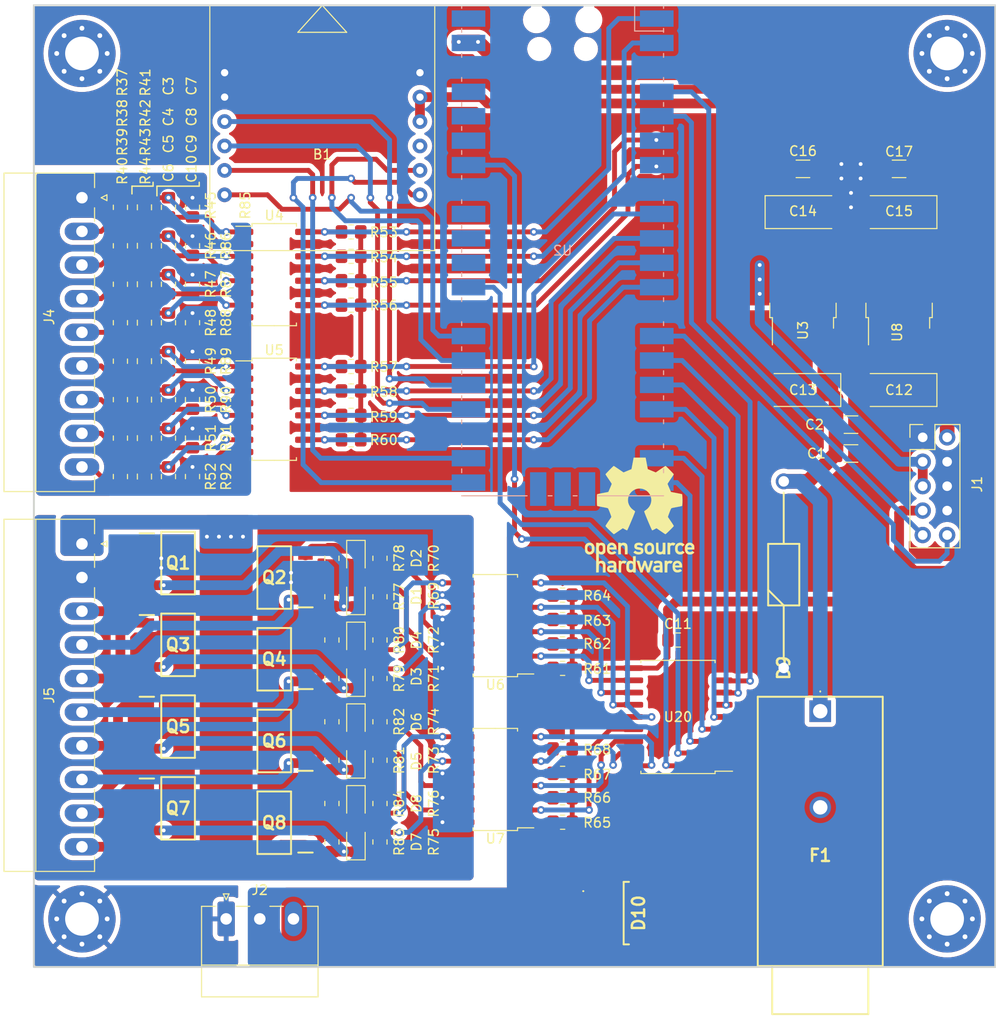
<source format=kicad_pcb>
(kicad_pcb (version 20221018) (generator pcbnew)
  (layers (0 "F.Cu" signal) (31 "B.Cu" signal) (34 "B.Paste" user) (35 "F.Paste" user) (36 "B.SilkS" user "B.Silkscreen") (37 "F.SilkS" user "F.Silkscreen") (38 "B.Mask" user) (39 "F.Mask" user) (44 "Edge.Cuts" user))
  (net 0 "")
  (net 2 "/Power/24VDC_IN1")
  (net 3 "/Head/MOSI")
  (net 4 "/Head/SCLK")
  (net 5 "/Head/CS")
  (net 6 "/Head/INT")
  (net 7 "/Head/MISO")
  (net 8 "/Head/RST")
  (net 9 "+3V3")
  (net 10 "IN_GND")
  (net 11 "IN_24VDC")
  (net 12 "VCC")
  (net 13 "+5V")
  (net 14 "/Head/SDA_0")
  (net 15 "/Head/SCK_0")
  (net 17 "Net-(C3-Pad1)")
  (net 25 "/IO_1/COM_1")
  (net 26 "Net-(C4-Pad1)")
  (net 27 "ADC0")
  (net 28 "ADC1")
  (net 29 "Net-(C5-Pad1)")
  (net 30 "Net-(C6-Pad1)")
  (net 31 "Net-(C7-Pad1)")
  (net 32 "Net-(C8-Pad1)")
  (net 33 "Net-(C9-Pad1)")
  (net 34 "Net-(C10-Pad1)")
  (net 35 "/IO_2/In_0")
  (net 36 "/IO_2/0VDC")
  (net 37 "/IO_2/In_1")
  (net 38 "/IO_2/In_2")
  (net 39 "/IO_2/In_3")
  (net 40 "/IO_2/In_4")
  (net 41 "/IO_2/In_5")
  (net 42 "/IO_2/In_6")
  (net 43 "/IO_2/In_7")
  (net 44 "/IO_1/I_1 0")
  (net 45 "/IO_1/I_1 1")
  (net 46 "/IO_1/I_1 2")
  (net 47 "/IO_1/I_1 3")
  (net 48 "/IO_1/I_1 4")
  (net 49 "/IO_1/I_1 5")
  (net 50 "/IO_1/I_1 6")
  (net 51 "/IO_1/I_1 7")
  (net 52 "/IO_2/24VDC")
  (net 53 "/IO_2/IO2_0")
  (net 54 "/IO_2/IO2_1")
  (net 55 "/IO_2/IO2_2")
  (net 56 "/IO_2/IO2_3")
  (net 57 "/IO_2/IO2_4")
  (net 58 "/IO_2/IO2_5")
  (net 59 "/IO_2/IO2_6")
  (net 60 "/IO_2/IO2_7")
  (net 61 "In1_0")
  (net 62 "In1_1")
  (net 63 "In1_2")
  (net 64 "In1_3")
  (net 65 "In1_4")
  (net 66 "In1_5")
  (net 67 "In1_6")
  (net 68 "In1_7")
  (net 69 "Net-(R61-Pad2)")
  (net 70 "Net-(R62-Pad2)")
  (net 71 "Net-(R63-Pad2)")
  (net 72 "Net-(R64-Pad2)")
  (net 73 "Net-(R65-Pad2)")
  (net 74 "Net-(R66-Pad2)")
  (net 75 "Net-(R67-Pad2)")
  (net 76 "Net-(R68-Pad2)")
  (net 77 "Net-(R69-Pad1)")
  (net 78 "Net-(R70-Pad1)")
  (net 79 "Net-(R71-Pad1)")
  (net 80 "Net-(R72-Pad1)")
  (net 81 "Net-(R73-Pad1)")
  (net 82 "Net-(R74-Pad1)")
  (net 83 "Net-(R75-Pad1)")
  (net 84 "Net-(R76-Pad1)")
  (net 85 "/IO_2/Q1_0")
  (net 86 "/IO_2/Q1_1")
  (net 87 "/IO_2/Q1_2")
  (net 88 "/IO_2/Q1_3")
  (net 89 "/IO_2/Q1_4")
  (net 90 "/IO_2/Q1_5")
  (net 91 "/IO_2/Q1_6")
  (net 92 "/IO_2/Q1_7")
  (net 93 "Out1_7")
  (net 94 "Out1_6")
  (net 95 "Out1_5")
  (net 96 "Out1_4")
  (net 97 "Out1_3")
  (net 98 "Out1_2")
  (net 99 "Out1_1")
  (net 100 "Out1_0")
  (net 101 "Net-(C3-Pad2)")
  (net 102 "Net-(C4-Pad2)")
  (net 103 "Net-(C5-Pad2)")
  (net 104 "Net-(C6-Pad2)")
  (net 105 "Net-(C7-Pad2)")
  (net 106 "Net-(C8-Pad2)")
  (net 107 "Net-(C9-Pad2)")
  (net 108 "Net-(C10-Pad2)")
  (net 109 "Earth")
  (net 110 "Net-(D10-Pad2)")
  (footprint "Package_SO:SOIC-18W_7.5x11.6mm_P1.27mm" (layer "F.Cu") (at 167 124 180)
    (fp_text reference "U20")
    (fp_text value "ULN2803A" hide)
  )
  (footprint "Added:SOT230P700X170-4N" (layer "F.Cu") (at 125 118 180)
    (fp_text reference "Q4")
    (fp_text value "ITS4200SMEPHUMA1" hide)
  )
  (footprint "Added:SOT230P700X170-4N" (layer "F.Cu") (at 115 125)
    (fp_text reference "Q5")
    (fp_text value "ITS4200SMEPHUMA1" hide)
  )
  (footprint "Added:SOT230P700X170-4N" (layer "F.Cu") (at 115 116.5)
    (fp_text reference "Q3")
    (fp_text value "ITS4200SMEPHUMA1" hide)
  )
  (footprint "Resistor_SMD:R_0805_2012Metric_Pad1.20x1.40mm_HandSolder" (layer "F.Cu") (at 109 79 90)
    (fp_text reference "R39")
    (fp_text value "1k2" hide)
  )
  (footprint "Resistor_SMD:R_0805_2012Metric_Pad1.20x1.40mm_HandSolder" (layer "F.Cu") (at 155 116.405 180)
    (fp_text reference "R62")
    (fp_text value "330" hide)
  )
  (footprint "Added:STTH602CBYTR" (layer "F.Cu") (at 163.2 144.4 -90)
    (fp_text reference "D10")
    (fp_text value "STTH602CBY-TR" hide)
  )
  (footprint "Resistor_SMD:R_0805_2012Metric_Pad1.20x1.40mm_HandSolder" (layer "F.Cu") (at 109 75 90)
    (fp_text reference "R38")
    (fp_text value "1k2" hide)
  )
  (footprint "Connector_Phoenix_MC:PhoenixContact_MC_1,5_3-G-3.5_1x03_P3.50mm_Horizontal" (layer "F.Cu") (at 120 145)
    (fp_text reference "J2")
    (fp_text value "Alimentation")
  )
  (footprint "Resistor_SMD:R_0805_2012Metric_Pad1.20x1.40mm_HandSolder" (layer "F.Cu") (at 133 76.095 180)
    (fp_text reference "R54")
    (fp_text value "10k" hide)
  )
  (footprint "Resistor_SMD:R_0805_2012Metric_Pad1.20x1.40mm_HandSolder" (layer "F.Cu") (at 114 99 -90)
    (fp_text reference "R52")
    (fp_text value "680" hide)
  )
  (footprint "Resistor_SMD:R_0805_2012Metric_Pad1.20x1.40mm_HandSolder" (layer "F.Cu") (at 131 133 -90)
    (fp_text reference "R84")
    (fp_text value "100k" hide)
  )
  (footprint "Resistor_SMD:R_0805_2012Metric_Pad1.20x1.40mm_HandSolder" (layer "F.Cu") (at 155 118.945 180)
    (fp_text reference "R61")
    (fp_text value "330" hide)
  )
  (footprint "Resistor_SMD:R_0805_2012Metric_Pad1.20x1.40mm_HandSolder" (layer "F.Cu") (at 116.5 91 -90)
    (fp_text reference "R90")
    (fp_text value "1k2" hide)
  )
  (footprint "Resistor_SMD:R_0805_2012Metric_Pad1.20x1.40mm_HandSolder" (layer "F.Cu") (at 155 127.325 180)
    (fp_text reference "R68")
    (fp_text value "330" hide)
  )
  (footprint "Resistor_SMD:R_0805_2012Metric_Pad1.20x1.40mm_HandSolder" (layer "F.Cu") (at 155 132.405 180)
    (fp_text reference "R66")
    (fp_text value "330" hide)
  )
  (footprint "Resistor_SMD:R_0805_2012Metric_Pad1.20x1.40mm_HandSolder" (layer "F.Cu") (at 114 91 -90)
    (fp_text reference "R50")
    (fp_text value "680" hide)
  )
  (footprint "Capacitor_SMD:C_0805_2012Metric_Pad1.18x1.45mm_HandSolder" (layer "F.Cu") (at 111.5 79 -90)
    (fp_text reference "C5")
    (fp_text value "100n" hide)
  )
  (footprint "MountingHole:MountingHole_3.5mm_Pad_Via" (layer "F.Cu") (at 195 55)
    (fp_text reference "REF**" hide)
    (fp_text value "MountingHole_3.5mm_Pad_Via" hide)
  )
  (footprint "Resistor_SMD:R_0805_2012Metric_Pad1.20x1.40mm_HandSolder" (layer "F.Cu") (at 114 71 -90)
    (fp_text reference "R45")
    (fp_text value "680" hide)
  )
  (footprint "Resistor_SMD:R_0805_2012Metric_Pad1.20x1.40mm_HandSolder" (layer "F.Cu") (at 114 87 -90)
    (fp_text reference "R49")
    (fp_text value "680" hide)
  )
  (footprint "Capacitor_SMD:C_1206_3216Metric_Pad1.33x1.80mm_HandSolder" (layer "F.Cu") (at 185 96.6)
    (fp_text reference "C2")
    (fp_text value "100nF")
  )
  (footprint "MountingHole:MountingHole_3.5mm_Pad_Via" (layer "F.Cu") (at 195 145)
    (fp_text reference "REF**" hide)
    (fp_text value "MountingHole_3.5mm_Pad_Via" hide)
  )
  (footprint "Resistor_SMD:R_0805_2012Metric_Pad1.20x1.40mm_HandSolder" (layer "F.Cu") (at 116.5 79 -90)
    (fp_text reference "R87")
    (fp_text value "1k2" hide)
  )
  (footprint "Connector_Phoenix_MC:PhoenixContact_MC_1,5_10-G-3.5_1x10_P3.50mm_Horizontal" (layer "F.Cu") (at 105 106 -90)
    (fp_text reference "J5")
    (fp_text value "Conn_01x10_Female" hide)
  )
  (footprint "Resistor_SMD:R_0805_2012Metric_Pad1.20x1.40mm_HandSolder" (layer "F.Cu") (at 136 137 -90)
    (fp_text reference "R75")
    (fp_text value "2.7k" hide)
  )
  (footprint "Capacitor_SMD:C_0805_2012Metric_Pad1.18x1.45mm_HandSolder" (layer "F.Cu") (at 167 116)
    (fp_text reference "C11")
    (fp_text value "100n" hide)
  )
  (footprint "Resistor_SMD:R_0805_2012Metric_Pad1.20x1.40mm_HandSolder" (layer "F.Cu") (at 136 120 -90)
    (fp_text reference "R71")
    (fp_text value "2.7k" hide)
  )
  (footprint "Capacitor_Tantalum_SMD:CP_EIA-6032-15_Kemet-U_Pad2.25x2.35mm_HandSolder" (layer "F.Cu") (at 190 71.5 180)
    (fp_text reference "C15")
    (fp_text value "10µF/35V")
  )
  (footprint "Resistor_SMD:R_0805_2012Metric_Pad1.20x1.40mm_HandSolder" (layer "F.Cu") (at 136 116 90)
    (fp_text reference "R72")
    (fp_text value "2.7k" hide)
  )
  (footprint "Resistor_SMD:R_0805_2012Metric_Pad1.20x1.40mm_HandSolder" (layer "F.Cu") (at 136 133 90)
    (fp_text reference "R76")
    (fp_text value "2.7k" hide)
  )
  (footprint "MountingHole:MountingHole_3.5mm_Pad_Via" (layer "F.Cu") (at 105 55)
    (fp_text reference "REF**" hide)
    (fp_text value "MountingHole_3.5mm_Pad_Via" hide)
  )
  (footprint "Resistor_SMD:R_0805_2012Metric_Pad1.20x1.40mm_HandSolder" (layer "F.Cu") (at 116.5 95 -90)
    (fp_text reference "R91")
    (fp_text value "1k2" hide)
  )
  (footprint "Resistor_SMD:R_0805_2012Metric_Pad1.20x1.40mm_HandSolder" (layer "F.Cu") (at 131 137 90)
    (fp_text reference "R83")
    (fp_text value "100k" hide)
  )
  (footprint "Resistor_SMD:R_0805_2012Metric_Pad1.20x1.40mm_HandSolder" (layer "F.Cu") (at 133 78.635 180)
    (fp_text reference "R55")
    (fp_text value "10k" hide)
  )
  (footprint "Added:W5500_Board" (layer "F.Cu") (at 130 65.5)
    (fp_text reference "B1")
    (fp_text value "W5500")
  )
  (footprint "Resistor_SMD:R_0805_2012Metric_Pad1.20x1.40mm_HandSolder" (layer "F.Cu") (at 109 71 90)
    (fp_text reference "R37")
    (fp_text value "1k2" hide)
  )
  (footprint "Resistor_SMD:R_0805_2012Metric_Pad1.20x1.40mm_HandSolder" (layer "F.Cu") (at 131 111.5 90)
    (fp_text reference "R77")
    (fp_text value "100k" hide)
  )
  (footprint "Capacitor_SMD:C_0805_2012Metric_Pad1.18x1.45mm_HandSolder" (layer "F.Cu") (at 111.5 87 -90)
    (fp_text reference "C7")
    (fp_text value "100n" hide)
  )
  (footprint "Diode_SMD:D_0805_2012Metric_Pad1.15x1.40mm_HandSolder" (layer "F.Cu") (at 133.5 133 -90)
    (fp_text reference "D8")
    (fp_text value "9V1" hide)
  )
  (footprint "Connector_PinHeader_2.54mm:PinHeader_2x05_P2.54mm_Vertical" (layer "F.Cu") (at 192.46 94.92)
    (fp_text reference "J1")
    (fp_text value "Conn_02x05_Odd_Even" hide)
  )
  (footprint "Resistor_SMD:R_0805_2012Metric_Pad1.20x1.40mm_HandSolder" (layer "F.Cu") (at 136 107.5 90)
    (fp_text reference "R70")
    (fp_text value "2.7k" hide)
  )
  (footprint "Resistor_SMD:R_0805_2012Metric_Pad1.20x1.40mm_HandSolder" (layer "F.Cu") (at 155 113.865 180)
    (fp_text reference "R63")
    (fp_text value "330" hide)
  )
  (footprint "Added:SOT230P700X170-4N" (layer "F.Cu") (at 115 108)
    (fp_text reference "Q1")
    (fp_text value "ITS4200SMEPHUMA1" hide)
  )
  (footprint "Capacitor_SMD:C_1206_3216Metric_Pad1.33x1.80mm_HandSolder" (layer "F.Cu") (at 190 67 180)
    (fp_text reference "C17")
    (fp_text value "100nF")
  )
  (footprint "Added:696310001002" (layer "F.Cu") (at 181.8 123.4)
    (fp_text reference "F1")
    (fp_text value "Fuse" hide)
  )
  (footprint "Resistor_SMD:R_0805_2012Metric_Pad1.20x1.40mm_HandSolder" (layer "F.Cu") (at 155 129.865 180)
    (fp_text reference "R67")
    (fp_text value "330" hide)
  )
  (footprint "Capacitor_SMD:C_0805_2012Metric_Pad1.18x1.45mm_HandSolder" (layer "F.Cu") (at 111.5 99 -90)
    (fp_text reference "C10")
    (fp_text value "100n" hide)
  )
  (footprint "Diode_SMD:D_0805_2012Metric_Pad1.15x1.40mm_HandSolder" (layer "F.Cu") (at 133.5 107.5 -90)
    (fp_text reference "D2")
    (fp_text value "9V1" hide)
  )
  (footprint "Resistor_SMD:R_0805_2012Metric_Pad1.20x1.40mm_HandSolder" (layer "F.Cu") (at 109 91 90)
    (fp_text reference "R42")
    (fp_text value "1k2" hide)
  )
  (footprint "Resistor_SMD:R_0805_2012Metric_Pad1.20x1.40mm_HandSolder" (layer "F.Cu") (at 136 111.5 -90)
    (fp_text reference "R69")
    (fp_text value "2.7k" hide)
  )
  (footprint "Package_SO:SOP-16_4.4x10.4mm_P1.27mm" (layer "F.Cu") (at 125 92)
    (fp_text reference "U5")
    (fp_text value "TLP290-4")
  )
  (footprint "Resistor_SMD:R_0805_2012Metric_Pad1.20x1.40mm_HandSolder" (layer "F.Cu") (at 133 95.175 180)
    (fp_text reference "R60")
    (fp_text value "10k" hide)
  )
  (footprint "Resistor_SMD:R_0805_2012Metric_Pad1.20x1.40mm_HandSolder" (layer "F.Cu") (at 133 90.095 180)
    (fp_text reference "R58")
    (fp_text value "10k" hide)
  )
  (footprint "Diode_SMD:D_0805_2012Metric_Pad1.15x1.40mm_HandSolder" (layer "F.Cu") (at 133.5 124.5 -90)
    (fp_text reference "D6")
    (fp_text value "9V1" hide)
  )
  (footprint "Resistor_SMD:R_0805_2012Metric_Pad1.20x1.40mm_HandSolder" (layer "F.Cu") (at 116.5 87 -90)
    (fp_text reference "R89")
    (fp_text value "1k2" hide)
  )
  (footprint "Symbol:OSHW-Logo_11.4x12mm_SilkScreen" (layer "F.Cu") (at 163 103)
    (fp_text reference "REF**" hide)
    (fp_text value "OSHW-Logo_11.4x12mm_SilkScreen" hide)
  )
  (footprint "Package_TO_SOT_SMD:TO-252-2" (layer "F.Cu") (at 180 80 90)
    (fp_text reference "U3")
    (fp_text value "LD1086DT33TR")
  )
  (footprint "Diode_SMD:D_0805_2012Metric_Pad1.15x1.40mm_HandSolder" (layer "F.Cu") (at 133.5 116 -90)
    (fp_text reference "D4")
    (fp_text value "9V1" hide)
  )
  (footprint "Added:SOT230P700X170-4N" (layer "F.Cu") (at 125 135 180)
    (fp_text reference "Q8")
    (fp_text value "ITS4200SMEPHUMA1" hide)
  )
  (footprint "Added:SOT230P700X170-4N" (layer "F.Cu") (at 125 109.5 180)
    (fp_text reference "Q2")
    (fp_text value "ITS4200SMEPHUMA1" hide)
  )
  (footprint "Diode_SMD:D_0805_2012Metric_Pad1.15x1.40mm_HandSolder" (layer "F.Cu") (at 133.5 137 90)
    (fp_text reference "D7")
    (fp_text value "9V1" hide)
  )
  (footprint "Resistor_SMD:R_0805_2012Metric_Pad1.20x1.40mm_HandSolder" (layer "F.Cu") (at 116.5 71 -90)
    (fp_text reference "R85")
    (fp_text value "1k2" hide)
  )
  (footprint "Capacitor_SMD:C_0805_2012Metric_Pad1.18x1.45mm_HandSolder" (layer "F.Cu") (at 111.5 71 -90)
    (fp_text reference "C3")
    (fp_text value "100n" hide)
  )
  (footprint "Resistor_SMD:R_0805_2012Metric_Pad1.20x1.40mm_HandSolder" (layer "F.Cu") (at 116.5 83 -90)
    (fp_text reference "R88")
    (fp_text value "1k2" hide)
  )
  (footprint "Package_TO_SOT_SMD:TO-252-2" (layer "F.Cu") (at 190 80 90)
    (fp_text reference "U8")
    (fp_text value "LD1086DT50TR")
  )
  (footprint "Added:SOT230P700X170-4N" (layer "F.Cu") (at 125 126.5 180)
    (fp_text reference "Q6")
    (fp_text value "ITS4200SMEPHUMA1" hide)
  )
  (footprint "Diode_SMD:D_0805_2012Metric_Pad1.15x1.40mm_HandSolder" (layer "F.Cu") (at 133.5 120 90)
    (fp_text reference "D3")
    (fp_text value "9V1" hide)
  )
  (footprint "Resistor_SMD:R_0805_2012Metric_Pad1.20x1.40mm_HandSolder" (layer "F.Cu") (at 131 124.5 -90)
    (fp_text reference "R82")
    (fp_text value "100k" hide)
  )
  (footprint "Connector_Phoenix_MC:PhoenixContact_MC_1,5_9-G-3.5_1x09_P3.50mm_Horizontal" (layer "F.Cu") (at 105 70 -90)
    (fp_text reference "J4")
    (fp_text value "In/Out 1" hide)
  )
  (footprint "Resistor_SMD:R_0805_2012Metric_Pad1.20x1.40mm_HandSolder" (layer "F.Cu") (at 109 99 90)
    (fp_text reference "R44")
    (fp_text value "1k2" hide)
  )
  (footprint "Added:DIOAD1936W88L640D324" (layer "F.Cu") (at 178 118.9 90)
    (fp_text reference "D9")
    (fp_text value "P6KE33CA" hide)
  )
  (footprint "Resistor_SMD:R_0805_2012Metric_Pad1.20x1.40mm_HandSolder" (layer "F.Cu") (at 109 95 90)
    (fp_text reference "R43")
    (fp_text value "1k2" hide)
  )
  (footprint "Resistor_SMD:R_0805_2012Metric_Pad1.20x1.40mm_HandSolder" (layer "F.Cu") (at 114 75 -90)
    (fp_text reference "R46")
    (fp_text value "680" hide)
  )
  (footprint "Resistor_SMD:R_0805_2012Metric_Pad1.20x1.40mm_HandSolder" (layer "F.Cu") (at 155 111.325 180)
    (fp_text reference "R64")
    (fp_text value "330" hide)
  )
  (footprint "Package_SO:SOP-16_4.4x10.4mm_P1.27mm" (layer "F.Cu") (at 148 130.5 180)
    (fp_text reference "U7")
    (fp_text value "TLP290-4")
  )
  (footprint "Resistor_SMD:R_0805_2012Metric_Pad1.20x1.40mm_HandSolder" (layer "F.Cu") (at 136 128.5 -90)
    (fp_text reference "R73")
    (fp_text value "2.7k" hide)
  )
  (footprint "Resistor_SMD:R_0805_2012Metric_Pad1.20x1.40mm_HandSolder" (layer "F.Cu") (at 133 87.555 180)
    (fp_text reference "R57")
    (fp_text value "10k" hide)
  )
  (footprint "Diode_SMD:D_0805_2012Metric_Pad1.15x1.40mm_HandSolder" (layer "F.Cu") (at 133.5 128.5 90)
    (fp_text reference "D5")
    (fp_text value "9V1" hide)
  )
  (footprint "Resistor_SMD:R_0805_2012Metric_Pad1.20x1.40mm_HandSolder" (layer "F.Cu") (at 116.5 75 -90)
    (fp_text reference "R86")
    (fp_text value "1k2" hide)
  )
  (footprint "Package_SO:SOP-16_4.4x10.4mm_P1.27mm" (layer "F.Cu") (at 125 78)
    (fp_text reference "U4")
    (fp_text value "TLP290-4")
  )
  (footprint "Diode_SMD:D_0805_2012Metric_Pad1.15x1.40mm_HandSolder" (layer "F.Cu") (at 133.5 111.5 90)
    (fp_text reference "D1")
    (fp_text value "9V1" hide)
  )
  (footprint "Resistor_SMD:R_0805_2012Metric_Pad1.20x1.40mm_HandSolder" (layer "F.Cu") (at 133 81.175 180)
    (fp_text reference "R56")
    (fp_text value "10k" hide)
  )
  (footprint "Added:SOT230P700X170-4N" (layer "F.Cu") (at 115 133.5)
    (fp_text reference "Q7")
    (fp_text value "ITS4200SMEPHUMA1" hide)
  )
  (footprint "Resistor_SMD:R_0805_2012Metric_Pad1.20x1.40mm_HandSolder" (layer "F.Cu") (at 131 116 -90)
    (fp_text reference "R80")
    (fp_text value "100k" hide)
  )
  (footprint "Capacitor_Tantalum_SMD:CP_EIA-6032-15_Kemet-U_Pad2.25x2.35mm_HandSolder" (layer "F.Cu") (at 180 90 180)
    (fp_text reference "C13")
    (fp_text value "10µF/35V")
  )
  (footprint "Capacitor_SMD:C_1206_3216Metric_Pad1.33x1.80mm_HandSolder" (layer "F.Cu") (at 185 93.6)
    (fp_text reference "C1")
    (fp_text value "100nF")
  )
  (footprint "Resistor_SMD:R_0805_2012Metric_Pad1.20x1.40mm_HandSolder" (layer "F.Cu") (at 109 87 90)
    (fp_text reference "R41")
    (fp_text value "1k2" hide)
  )
  (footprint "Resistor_SMD:R_0805_2012Metric_Pad1.20x1.40mm_HandSolder" (layer "F.Cu") (at 133 73.555 180)
    (fp_text reference "R53")
    (fp_text value "10k" hide)
  )
  (footprint "Capacitor_SMD:C_0805_2012Metric_Pad1.18x1.45mm_HandSolder" (layer "F.Cu") (at 111.5 83 -90)
    (fp_text reference "C6")
    (fp_text value "100n" hide)
  )
  (footprint "Resistor_SMD:R_0805_2012Metric_Pad1.20x1.40mm_HandSolder" (layer "F.Cu") (at 136 124.5 90)
    (fp_text reference "R74")
    (fp_text value "2.7k" hide)
  )
  (footprint "MountingHole:MountingHole_3.5mm_Pad_Via" (layer "F.Cu") (at 105 145)
    (fp_text reference "REF**" hide)
    (fp_text value "MountingHole_3.5mm_Pad_Via" hide)
  )
  (footprint "Resistor_SMD:R_0805_2012Metric_Pad1.20x1.40mm_HandSolder" (layer "F.Cu") (at 131 120 90)
    (fp_text reference "R79")
    (fp_text value "100k" hide)
  )
  (footprint "Resistor_SMD:R_0805_2012Metric_Pad1.20x1.40mm_HandSolder" (layer "F.Cu") (at 133 92.635 180)
    (fp_text reference "R59")
    (fp_text value "10k" hide)
  )
  (footprint "Package_SO:SOP-16_4.4x10.4mm_P1.27mm" (layer "F.Cu") (at 148 114.5 180)
    (fp_text reference "U6")
    (fp_text value "TLP290-4")
  )
  (footprint "Resistor_SMD:R_0805_2012Metric_Pad1.20x1.40mm_HandSolder" (layer "F.Cu") (at 131 107.5 -90)
    (fp_text reference "R78")
    (fp_text value "100k" hide)
  )
  (footprint "Resistor_SMD:R_0805_2012Metric_Pad1.20x1.40mm_HandSolder" (layer "F.Cu") (at 114 83 -90)
    (fp_text reference "R48")
    (fp_text value "680" hide)
  )
  (footprint "Resistor_SMD:R_0805_2012Metric_Pad1.20x1.40mm_HandSolder" (layer "F.Cu") (at 131 128.5 90)
    (fp_text reference "R81")
    (fp_text value "100k" hide)
  )
  (footprint "Capacitor_Tantalum_SMD:CP_EIA-6032-15_Kemet-U_Pad2.25x2.35mm_HandSolder" (layer "F.Cu") (at 180 71.5)
    (fp_text reference "C14")
    (fp_text value "10µF/35V")
  )
  (footprint "Resistor_SMD:R_0805_2012Metric_Pad1.20x1.40mm_HandSolder" (layer "F.Cu") (at 114 79 -90)
    (fp_text reference "R47")
    (fp_text value "680" hide)
  )
  (footprint "Capacitor_SMD:C_0805_2012Metric_Pad1.18x1.45mm_HandSolder" (layer "F.Cu") (at 111.5 91 -90)
    (fp_text reference "C8")
    (fp_text value "100n" hide)
  )
  (footprint "Resistor_SMD:R_0805_2012Metric_Pad1.20x1.40mm_HandSolder" (layer "F.Cu") (at 116.5 99 -90)
    (fp_text reference "R92")
    (fp_text value "1k2" hide)
  )
  (footprint "Resistor_SMD:R_0805_2012Metric_Pad1.20x1.40mm_HandSolder" (layer "F.Cu") (at 109 83 90)
    (fp_text reference "R40")
    (fp_text value "1k2" hide)
  )
  (footprint "Capacitor_SMD:C_1206_3216Metric_Pad1.33x1.80mm_HandSolder" (layer "F.Cu") (at 180 67)
    (fp_text reference "C16")
    (fp_text value "100nF")
  )
  (footprint "Capacitor_SMD:C_0805_2012Metric_Pad1.18x1.45mm_HandSolder" (layer "F.Cu") (at 111.5 95 -90)
    (fp_text reference "C9")
    (fp_text value "100n" hide)
  )
  (footprint "Resistor_SMD:R_0805_2012Metric_Pad1.20x1.40mm_HandSolder" (layer "F.Cu") (at 114 95 -90)
    (fp_text reference "R51")
    (fp_text value "680" hide)
  )
  (footprint "Capacitor_SMD:C_0805_2012Metric_Pad1.18x1.45mm_HandSolder" (layer "F.Cu") (at 111.5 75 -90)
    (fp_text reference "C4")
    (fp_text value "100n" hide)
  )
  (footprint "Capacitor_Tantalum_SMD:CP_EIA-6032-15_Kemet-U_Pad2.25x2.35mm_HandSolder" (layer "F.Cu") (at 190 90 180)
    (fp_text reference "C12")
    (fp_text value "10µF/35V")
  )
  (footprint "Resistor_SMD:R_0805_2012Metric_Pad1.20x1.40mm_HandSolder" (layer "F.Cu") (at 155 134.945 180)
    (fp_text reference "R65")
    (fp_text value "330" hide)
  )
  (footprint "MCU_RaspberryPi_and_Boards:RPi_Pico_SMD" (layer "B.Cu") (at 155 75.5 180)
    (fp_text reference "U2")
    (fp_text value "Pico")
  )
  (gr_line (start 117.2 68.8) (end 117.2 68.4) (stroke (width 0.15)) (layer "F.SilkS"))
  (gr_line (start 110.2 68.8) (end 110.2 69.6) (stroke (width 0.15)) (layer "F.SilkS"))
  (gr_line (start 112.2 68.8) (end 110.2 68.8) (stroke (width 0.15)) (layer "F.SilkS"))
  (gr_line (start 112.2 68.8) (end 112.4 68.8) (stroke (width 0.15)) (layer "F.SilkS"))
  (gr_line (start 117 68.8) (end 113 68.8) (stroke (width 0.15)) (layer "F.SilkS"))
  (gr_line (start 112.8 68.8) (end 112.8 69.8) (stroke (width 0.15)) (layer "F.SilkS"))
  (gr_line (start 112.4 68.8) (end 112.4 68.4) (stroke (width 0.15)) (layer "F.SilkS"))
  (gr_line (start 117 68.8) (end 117.2 68.8) (stroke (width 0.15)) (layer "F.SilkS"))
  (gr_line (start 113 68.8) (end 112.8 68.8) (stroke (width 0.15)) (layer "F.SilkS"))
  (gr_rect (start 100 50) (end 200 150) (stroke (width 0.2)) (fill none) (layer "Edge.Cuts"))
  (segment (start 137 88.825) (end 137 70) (width 0.508) (layer "F.Cu") (net 3))
  (via (at 137 88.825) (size 0.8) (drill 0.4) (layers "F.Cu" "B.Cu") (net 3))
  (via (at 137 70) (size 0.8) (drill 0.4) (layers "F.Cu" "B.Cu") (net 3))
  (segment (start 140.575 88.825) (end 141.25 89.5) (width 0.508) (layer "B.Cu") (net 3))
  (segment (start 146.08 89.5) (end 146.11 89.47) (width 0.508) (layer "B.Cu") (net 3))
  (segment (start 137 64) (end 135.08 62.08) (width 0.508) (layer "B.Cu") (net 3))
  (segment (start 141.25 89.5) (end 146.08 89.5) (width 0.508) (layer "B.Cu") (net 3))
  (segment (start 137 88.825) (end 140.575 88.825) (width 0.508) (layer "B.Cu") (net 3))
  (segment (start 135.08 62.08) (end 119.84 62.08) (width 0.508) (layer "B.Cu") (net 3))
  (segment (start 137 70) (end 137 64) (width 0.508) (layer "B.Cu") (net 3))
  (segment (start 135.75 90.75) (end 135.75 71.25) (width 0.508) (layer "F.Cu") (net 4))
  (segment (start 137 91.365) (end 136.365 91.365) (width 0.508) (layer "F.Cu") (net 4))
  (segment (start 135 70.5) (end 135 70) (width 0.508) (layer "F.Cu") (net 4))
  (segment (start 135.75 71.25) (end 135 70.5) (width 0.508) (layer "F.Cu") (net 4))
  (segment (start 136.365 91.365) (end 135.75 90.75) (width 0.508) (layer "F.Cu") (net 4))
  (via (at 135 70) (size 0.8) (drill 0.4) (layers "F.Cu" "B.Cu") (net 4))
  (via (at 137 91.365) (size 0.8) (drill 0.4) (layers "F.Cu" "B.Cu") (net 4))
  (segment (start 135 66) (end 133.62 64.62) (width 0.508) (layer "B.Cu") (net 4))
  (segment (start 141.01 92.01) (end 146.11 92.01) (width 0.508) (layer "B.Cu") (net 4))
  (segment (start 137 91.365) (end 140.365 91.365) (width 0.508) (layer "B.Cu") (net 4))
  (segment (start 135 70) (end 135 66) (width 0.508) (layer "B.Cu") (net 4))
  (segment (start 140.365 91.365) (end 141.01 92.01) (width 0.508) (layer "B.Cu") (net 4))
  (segment (start 133.62 64.62) (end 119.84 64.62) (width 0.508) (layer "B.Cu") (net 4))
  (segment (start 129 70) (end 129 67.6) (width 0.508) (layer "F.Cu") (net 5))
  (segment (start 128.56 67.16) (end 119.84 67.16) (width 0.508) (layer "F.Cu") (net 5))
  (segment (start 129 67.6) (end 128.56 67.16) (width 0.508) (layer "F.Cu") (net 5))
  (via (at 129 70) (size 0.8) (drill 0.4) (layers "F.Cu" "B.Cu") (net 5))
  (segment (start 129.84 97.09) (end 129 96.25) (width 0.508) (layer "B.Cu") (net 5))
  (segment (start 129 96.25) (end 129 70) (width 0.508) (layer "B.Cu") (net 5))
  (segment (start 146.11 97.09) (end 129.84 97.09) (width 0.508) (layer "B.Cu") (net 5))
  (segment (start 125.8 71.2) (end 124.3 69.7) (width 0.508) (layer "F.Cu") (net 6))
  (segment (start 131.8 71.2) (end 125.8 71.2) (width 0.508) (layer "F.Cu") (net 6))
  (segment (start 124.3 69.7) (end 119.84 69.7) (width 0.508) (layer "F.Cu") (net 6))
  (segment (start 133 70) (end 131.8 71.2) (width 0.508) (layer "F.Cu") (net 6))
  (via (at 133 70) (size 0.8) (drill 0.4) (layers "F.Cu" "B.Cu") (net 6))
  (segment (start 140.65 71.4) (end 134 71.4) (width 0.508) (layer "B.Cu") (net 6))
  (segment (start 146.11 84.39) (end 142.14 84.39) (width 0.508) (layer "B.Cu") (net 6))
  (segment (start 142.14 84.39) (end 141.5 83.75) (width 0.508) (layer "B.Cu") (net 6))
  (segment (start 133 70.4) (end 133 70) (width 0.508) (layer "B.Cu") (net 6))
  (segment (start 134 71.4) (end 133 70.4) (width 0.508) (layer "B.Cu") (net 6))
  (segment (start 141.5 83.75) (end 141.5 72.25) (width 0.508) (layer "B.Cu") (net 6))
  (segment (start 141.5 72.25) (end 140.65 71.4) (width 0.508) (layer "B.Cu") (net 6))
  (segment (start 140.16 69.7) (end 139.3 69.7) (width 0.508) (layer "F.Cu") (net 7))
  (segment (start 138 68.4) (end 133.4 68.4) (width 0.508) (layer "F.Cu") (net 7))
  (segment (start 133.4 68.4) (end 133 68) (width 0.508) (layer "F.Cu") (net 7))
  (segment (start 139.3 69.7) (end 138 68.4) (width 0.508) (layer "F.Cu") (net 7))
  (via (at 133 68) (size 0.8) (drill 0.4) (layers "F.Cu" "B.Cu") (net 7))
  (via (at 127 70) (size 0.8) (drill 0.4) (layers "F.Cu" "B.Cu") (net 7))
  (segment (start 128 97.75) (end 128 72.4) (width 0.508) (layer "B.Cu") (net 7))
  (segment (start 129.88 99.63) (end 128 97.75) (width 0.508) (layer "B.Cu") (net 7))
  (segment (start 128 72.4) (end 128 71) (width 0.508) (layer "B.Cu") (net 7))
  (segment (start 127 70) (end 127 68.4) (width 0.508) (layer "B.Cu") (net 7))
  (segment (start 146.11 99.63) (end 129.88 99.63) (width 0.508) (layer "B.Cu") (net 7))
  (segment (start 128 71) (end 127 70) (width 0.508) (layer "B.Cu") (net 7))
  (segment (start 127.4 68) (end 133 68) (width 0.508) (layer "B.Cu") (net 7))
  (segment (start 127 68.4) (end 127.4 68) (width 0.508) (layer "B.Cu") (net 7))
  (segment (start 131 70) (end 131 66.6) (width 0.508) (layer "F.Cu") (net 8))
  (segment (start 136.76 67.16) (end 140.16 67.16) (width 0.508) (layer "F.Cu") (net 8))
  (segment (start 131 66.6) (end 131.6 66) (width 0.508) (layer "F.Cu") (net 8))
  (segment (start 135.6 66) (end 136.76 67.16) (width 0.508) (layer "F.Cu") (net 8))
  (segment (start 131.6 66) (end 135.6 66) (width 0.508) (layer "F.Cu") (net 8))
  (via (at 131 70) (size 0.8) (drill 0.4) (layers "F.Cu" "B.Cu") (net 8))
  (segment (start 131 71) (end 131 70) (width 0.508) (layer "B.Cu") (net 8))
  (segment (start 142.43 86.93) (end 140.25 84.75) (width 0.508) (layer "B.Cu") (net 8))
  (segment (start 146.11 86.93) (end 142.43 86.93) (width 0.508) (layer "B.Cu") (net 8))
  (segment (start 140.25 72.75) (end 139.9 72.4) (width 0.508) (layer "B.Cu") (net 8))
  (segment (start 140.25 84.75) (end 140.25 72.75) (width 0.508) (layer "B.Cu") (net 8))
  (segment (start 132.4 72.4) (end 131 71) (width 0.508) (layer "B.Cu") (net 8))
  (segment (start 139.9 72.4) (end 132.4 72.4) (width 0.508) (layer "B.Cu") (net 8))
  (segment (start 192.46 97.46) (end 192.46 100) (width 1.016) (layer "F.Cu") (net 9))
  (segment (start 147.2 60.2) (end 146.54 59.54) (width 1.016) (layer "F.Cu") (net 9))
  (segment (start 178.4375 62.0375) (end 178.4375 67) (width 1.016) (layer "F.Cu") (net 9))
  (segment (start 140.16 59.54) (end 140.16 62.08) (width 1.016) (layer "F.Cu") (net 9))
  (segment (start 146.54 59.54) (end 140.16 59.54) (width 1.016) (layer "F.Cu") (net 9))
  (segment (start 176.6 60.2) (end 178.4375 62.0375) (width 1.016) (layer "F.Cu") (net 9))
  (segment (start 147.2 60.2) (end 176.6 60.2) (width 1.016) (layer "F.Cu") (net 9))
  (via (at 175.5 77) (size 0.8) (drill 0.4) (layers "F.Cu" "B.Cu") (net 9))
  (via (at 175.5 80) (size 0.8) (drill 0.4) (layers "F.Cu" "B.Cu") (net 9))
  (via (at 175.5 78.5) (size 0.8) (drill 0.4) (layers "F.Cu" "B.Cu") (net 9))
  (segment (start 175.5 80) (end 175.5 82.96) (width 1.016) (layer "B.Cu") (net 9))
  (segment (start 175.5 82.96) (end 190 97.46) (width 1.016) (layer "B.Cu") (net 9))
  (segment (start 190 97.46) (end 192.46 97.46) (width 1.016) (layer "B.Cu") (net 9))
  (segment (start 175.5 77) (end 175.5 80) (width 1.016) (layer "B.Cu") (net 9))
  (segment (start 168.0375 116) (end 168.0375 117.7875) (width 0.508) (layer "F.Cu") (net 10))
  (segment (start 169.17 118.92) (end 171.65 118.92) (width 0.508) (layer "F.Cu") (net 10))
  (segment (start 187.72 89.73) (end 187.45 90) (width 1.524) (layer "F.Cu") (net 10))
  (segment (start 177.72 84.2) (end 177.72 89.73) (width 1.524) (layer "F.Cu") (net 10))
  (segment (start 168.0375 117.7875) (end 169.17 118.92) (width 0.508) (layer "F.Cu") (net 10))
  (segment (start 177.72 89.73) (end 177.45 90) (width 1.524) (layer "F.Cu") (net 10))
  (via (at 185 71) (size 0.8) (drill 0.4) (layers "F.Cu" "B.Cu") (net 10))
  (via (at 184 66.5) (size 0.8) (drill 0.4) (layers "F.Cu" "B.Cu") (net 10))
  (via (at 186 66.5) (size 0.8) (drill 0.4) (layers "F.Cu" "B.Cu") (net 10))
  (via (at 186 68) (size 0.8) (drill 0.4) (layers "F.Cu" "B.Cu") (net 10))
  (via (at 184 68) (size 0.8) (drill 0.4) (layers "F.Cu" "B.Cu") (net 10))
  (via (at 185 69.5) (size 0.8) (drill 0.4) (layers "F.Cu" "B.Cu") (net 10))
  (segment (start 180.5375 99.5) (end 178 99.5) (width 1.524) (layer "F.Cu") (net 11))
  (segment (start 192.28 86.52) (end 192.28 89.73) (width 1.524) (layer "F.Cu") (net 11))
  (segment (start 194.6 90) (end 192.55 90) (width 1.524) (layer "F.Cu") (net 11))
  (segment (start 192.28 84.2) (end 192.28 86.52) (width 1.524) (layer "F.Cu") (net 11))
  (segment (start 183.4375 96.6) (end 180.5375 99.5) (width 1.524) (layer "F.Cu") (net 11))
  (segment (start 194.6 90) (end 195 90.4) (width 1.524) (layer "F.Cu") (net 11))
  (segment (start 183.4375 96.6) (end 183.4375 90.8875) (width 1.524) (layer "F.Cu") (net 11))
  (segment (start 182.28 86.72) (end 182.28 89.73) (width 1.524) (layer "F.Cu") (net 11))
  (segment (start 182.28 89.73) (end 182.55 90) (width 1.524) (layer "F.Cu") (net 11))
  (segment (start 192.28 86.75) (end 182.3 86.75) (width 1.524) (layer "F.Cu") (net 11))
  (segment (start 183.4375 90.8875) (end 182.55 90) (width 1.524) (layer "F.Cu") (net 11))
  (segment (start 192.28 89.73) (end 192.55 90) (width 1.524) (layer "F.Cu") (net 11))
  (segment (start 195 90.4) (end 195 94.92) (width 1.524) (layer "F.Cu") (net 11))
  (segment (start 182.28 84.2) (end 182.28 86.72) (width 1.524) (layer "F.Cu") (net 11))
  (segment (start 178 99.5) (end 179.7 99.5) (width 1.524) (layer "B.Cu") (net 11))
  (segment (start 181.8 101.6) (end 181.8 123.4) (width 1.524) (layer "B.Cu") (net 11))
  (segment (start 179.7 99.5) (end 181.8 101.6) (width 1.524) (layer "B.Cu") (net 11))
  (segment (start 134 73.555) (end 134 95.175) (width 0.508) (layer "F.Cu") (net 12))
  (segment (start 156 127.325) (end 156 118.945) (width 0.508) (layer "F.Cu") (net 13))
  (segment (start 170.8 57) (end 149.4 57) (width 1.524) (layer "F.Cu") (net 13))
  (segment (start 156.025 118.92) (end 156 118.945) (width 0.508) (layer "F.Cu") (net 13))
  (segment (start 185.6 57) (end 170.8 57) (width 1.524) (layer "F.Cu") (net 13))
  (segment (start 191.6 108.8) (end 188.4 112) (width 1.016) (layer "F.Cu") (net 13))
  (segment (start 164.83 118.92) (end 165.9625 117.7875) (width 0.508) (layer "F.Cu") (net 13))
  (segment (start 190.26 102.54) (end 192.54 102.54) (width 1.016) (layer "F.Cu") (net 13))
  (segment (start 162.35 118.92) (end 156.025 118.92) (width 0.508) (layer "F.Cu") (net 13))
  (segment (start 149.4 57) (end 146.2 53.8) (width 1.524) (layer "F.Cu") (net 13))
  (segment (start 166.8 112) (end 165.9625 112.8375) (width 1.016) (layer "F.Cu") (net 13))
  (segment (start 165.9625 112.8375) (end 165.9625 116) (width 1.016) (layer "F.Cu") (net 13))
  (segment (start 196 108.8) (end 191.6 108.8) (width 1.016) (layer "F.Cu") (net 13))
  (segment (start 156 134.945) (end 156 127.325) (width 0.508) (layer "F.Cu") (net 13))
  (segment (start 197.8 78.6) (end 197.8 107) (width 1.016) (layer "F.Cu") (net 13))
  (segment (start 165.9625 117.7875) (end 165.9625 116) (width 0.508) (layer "F.Cu") (net 13))
  (segment (start 191.5625 67) (end 191.5625 62.9625) (width 1.524) (layer "F.Cu") (net 13))
  (segment (start 190 102.8) (end 190.26 102.54) (width 1.016) (layer "F.Cu") (net 13))
  (segment (start 190 107.2) (end 190 102.8) (width 1.016) (layer "F.Cu") (net 13))
  (segment (start 191.6 108.8) (end 190 107.2) (width 1.016) (layer "F.Cu") (net 13))
  (segment (start 197.1 77.9) (end 197.8 78.6) (width 1.016) (layer "F.Cu") (net 13))
  (segment (start 190 77.9) (end 197.1 77.9) (width 1.016) (layer "F.Cu") (net 13))
  (segment (start 191.5625 62.9625) (end 185.6 57) (width 1.524) (layer "F.Cu") (net 13))
  (segment (start 162.35 118.92) (end 164.83 118.92) (width 0.508) (layer "F.Cu") (net 13))
  (segment (start 188.4 112) (end 166.8 112) (width 1.016) (layer "F.Cu") (net 13))
  (segment (start 156 118.945) (end 156 111.325) (width 0.508) (layer "F.Cu") (net 13))
  (segment (start 144.2 53.8) (end 146.2 53.8) (width 1.524) (layer "F.Cu") (net 13))
  (segment (start 197.8 107) (end 196 108.8) (width 1.016) (layer "F.Cu") (net 13))
  (via (at 146.2 53.8) (size 0.8) (drill 0.4) (layers "F.Cu" "B.Cu") (net 13))
  (via (at 144.2 53.8) (size 0.8) (drill 0.4) (layers "F.Cu" "B.Cu") (net 13))
  (segment (start 170.2 60.8) (end 170.2 82.82) (width 0.508) (layer "B.Cu") (net 14))
  (segment (start 168.39 58.99) (end 170.2 60.8) (width 0.508) (layer "B.Cu") (net 14))
  (segment (start 163.89 58.99) (end 168.39 58.99) (width 0.508) (layer "B.Cu") (net 14))
  (segment (start 170.2 82.82) (end 192.46 105.08) (width 0.508) (layer "B.Cu") (net 14))
  (segment (start 167.73 61.53) (end 168.4 62.2) (width 0.508) (layer "B.Cu") (net 15))
  (segment (start 168.4 83) (end 189.4 104) (width 0.508) (layer "B.Cu") (net 15))
  (segment (start 191.6 107.8) (end 194.2 107.8) (width 0.508) (layer "B.Cu") (net 15))
  (segment (start 195 107) (end 195 105.08) (width 0.508) (layer "B.Cu") (net 15))
  (segment (start 189.4 105.6) (end 191.6 107.8) (width 0.508) (layer "B.Cu") (net 15))
  (segment (start 194.2 107.8) (end 195 107) (width 0.508) (layer "B.Cu") (net 15))
  (segment (start 168.4 62.2) (end 168.4 83) (width 0.508) (layer "B.Cu") (net 15))
  (segment (start 163.89 61.53) (end 167.73 61.53) (width 0.508) (layer "B.Cu") (net 15))
  (segment (start 189.4 104) (end 189.4 105.6) (width 0.508) (layer "B.Cu") (net 15))
  (segment (start 121.75 73.555) (end 120 73.555) (width 0.508) (layer "F.Cu") (net 17))
  (segment (start 114 70) (end 109 70) (width 0.508) (layer "F.Cu") (net 17))
  (via (at 114 70) (size 0.8) (drill 0.4) (layers "F.Cu" "B.Cu") (net 17))
  (via (at 120 73.555) (size 0.8) (drill 0.4) (layers "F.Cu" "B.Cu") (net 17))
  (segment (start 117.75 72) (end 116 72) (width 0.508) (layer "B.Cu") (net 17))
  (segment (start 119.305 73.555) (end 117.75 72) (width 0.508) (layer "B.Cu") (net 17))
  (segment (start 116 72) (end 114 70) (width 0.508) (layer "B.Cu") (net 17))
  (segment (start 120 73.555) (end 119.305 73.555) (width 0.508) (layer "B.Cu") (net 17))
  (via (at 116.5 86) (size 0.8) (drill 0.4) (layers "F.Cu" "B.Cu") (net 25))
  (via (at 116.5 70) (size 0.8) (drill 0.4) (layers "F.Cu" "B.Cu") (net 25))
  (via (at 116.5 78) (size 0.8) (drill 0.4) (layers "F.Cu" "B.Cu") (net 25))
  (via (at 116.5 82) (size 0.8) (drill 0.4) (layers "F.Cu" "B.Cu") (net 25))
  (via (at 116.5 74) (size 0.8) (drill 0.4) (layers "F.Cu" "B.Cu") (net 25))
  (via (at 116.5 98) (size 0.8) (drill 0.4) (layers "F.Cu" "B.Cu") (net 25))
  (via (at 116.5 90) (size 0.8) (drill 0.4) (layers "F.Cu" "B.Cu") (net 25))
  (via (at 116.5 94) (size 0.8) (drill 0.4) (layers "F.Cu" "B.Cu") (net 25))
  (segment (start 121.75 76.095) (end 120 76.095) (width 0.508) (layer "F.Cu") (net 26))
  (segment (start 109 74) (end 114 74) (width 0.508) (layer "F.Cu") (net 26))
  (via (at 114 74) (size 0.8) (drill 0.4) (layers "F.Cu" "B.Cu") (net 26))
  (via (at 120 76.095) (size 0.8) (drill 0.4) (layers "F.Cu" "B.Cu") (net 26))
  (segment (start 116.095 76.095) (end 114 74) (width 0.508) (layer "B.Cu") (net 26))
  (segment (start 120 76.095) (end 116.095 76.095) (width 0.508) (layer "B.Cu") (net 26))
  (segment (start 114 78) (end 109 78) (width 0.508) (layer "F.Cu") (net 29))
  (segment (start 121.75 78.635) (end 120 78.635) (width 0.508) (layer "F.Cu") (net 29))
  (via (at 114 78) (size 0.8) (drill 0.4) (layers "F.Cu" "B.Cu") (net 29))
  (via (at 120 78.635) (size 0.8) (drill 0.4) (layers "F.Cu" "B.Cu") (net 29))
  (segment (start 114 78) (end 115.5 79.5) (width 0.508) (layer "B.Cu") (net 29))
  (segment (start 119.135 79.5) (end 120 78.635) (width 0.508) (layer "B.Cu") (net 29))
  (segment (start 115.5 79.5) (end 119.135 79.5) (width 0.508) (layer "B.Cu") (net 29))
  (segment (start 121.75 81.175) (end 120 81.175) (width 0.508) (layer "F.Cu") (net 30))
  (segment (start 109 82) (end 114 82) (width 0.508) (layer "F.Cu") (net 30))
  (via (at 120 81.175) (size 0.8) (drill 0.4) (layers "F.Cu" "B.Cu") (net 30))
  (via (at 114 82) (size 0.8) (drill 0.4) (layers "F.Cu" "B.Cu") (net 30))
  (segment (start 114 82) (end 115.5 80.5) (width 0.508) (layer "B.Cu") (net 30))
  (segment (start 115.5 80.5) (end 119.325 80.5) (width 0.508) (layer "B.Cu") (net 30))
  (segment (start 119.325 80.5) (end 120 81.175) (width 0.508) (layer "B.Cu") (net 30))
  (segment (start 120 87.555) (end 121.75 87.555) (width 0.508) (layer "F.Cu") (net 31))
  (segment (start 109 86) (end 114 86) (width 0.508) (layer "F.Cu") (net 31))
  (via (at 114 86) (size 0.8) (drill 0.4) (layers "F.Cu" "B.Cu") (net 31))
  (via (at 120 87.555) (size 0.8) (drill 0.4) (layers "F.Cu" "B.Cu") (net 31))
  (segment (start 115.555 87.555) (end 114 86) (width 0.508) (layer "B.Cu") (net 31))
  (segment (start 120 87.555) (end 115.555 87.555) (width 0.508) (layer "B.Cu") (net 31))
  (segment (start 121.75 90.095) (end 120 90.095) (width 0.508) (layer "F.Cu") (net 32))
  (segment (start 109 90) (end 114 90) (width 0.508) (layer "F.Cu") (net 32))
  (via (at 114 90) (size 0.8) (drill 0.4) (layers "F.Cu" "B.Cu") (net 32))
  (via (at 120 90.095) (size 0.8) (drill 0.4) (layers "F.Cu" "B.Cu") (net 32))
  (segment (start 114 90) (end 115.5 88.5) (width 0.508) (layer "B.Cu") (net 32))
  (segment (start 115.5 88.5) (end 118.405 88.5) (width 0.508) (layer "B.Cu") (net 32))
  (segment (start 118.405 88.5) (end 120 90.095) (width 0.508) (layer "B.Cu") (net 32))
  (segment (start 120 92.635) (end 121.75 92.635) (width 0.508) (layer "F.Cu") (net 33))
  (segment (start 109 94) (end 114 94) (width 0.508) (layer "F.Cu") (net 33))
  (via (at 120 92.635) (size 0.8) (drill 0.4) (layers "F.Cu" "B.Cu") (net 33))
  (via (at 114 94) (size 0.8) (drill 0.4) (layers "F.Cu" "B.Cu") (net 33))
  (segment (start 116 92) (end 119.365 92) (width 0.508) (layer "B.Cu") (net 33))
  (segment (start 119.365 92) (end 120 92.635) (width 0.508) (layer "B.Cu") (net 33))
  (segment (start 114 94) (end 116 92) (width 0.508) (layer "B.Cu") (net 33))
  (segment (start 120 95.175) (end 121.75 95.175) (width 0.508) (layer "F.Cu") (net 34))
  (segment (start 109 98) (end 114 98) (width 0.508) (layer "F.Cu") (net 34))
  (via (at 114 98) (size 0.8) (drill 0.4) (layers "F.Cu" "B.Cu") (net 34))
  (via (at 120 95.175) (size 0.8) (drill 0.4) (layers "F.Cu" "B.Cu") (net 34))
  (segment (start 119.175 96) (end 120 95.175) (width 0.508) (layer "B.Cu") (net 34))
  (segment (start 114 98) (end 116 96) (width 0.508) (layer "B.Cu") (net 34))
  (segment (start 116 96) (end 119.175 96) (width 0.508) (layer "B.Cu") (net 34))
  (segment (start 136 112.5) (end 132.25 112.5) (width 1.016) (layer "F.Cu") (net 35))
  (segment (start 113.5 110.3) (end 111.75 110.3) (width 1.016) (layer "F.Cu") (net 35))
  (segment (start 132.25 112.5) (end 131 112.5) (width 1.016) (layer "F.Cu") (net 35))
  (via (at 132.25 112.5) (size 0.8) (drill 0.4) (layers "F.Cu" "B.Cu") (net 35))
  (via (at 113.5 110.3) (size 0.8) (drill 0.4) (layers "F.Cu" "B.Cu") (net 35))
  (segment (start 131 106.75) (end 125.5 106.75) (width 1.016) (layer "B.Cu") (net 35))
  (segment (start 132.25 112.5) (end 132.25 108) (width 1.016) (layer "B.Cu") (net 35))
  (segment (start 132.25 108) (end 131 106.75) (width 1.016) (layer "B.Cu") (net 35))
  (segment (start 121.95 110.3) (end 113.5 110.3) (width 1.016) (layer "B.Cu") (net 35))
  (segment (start 125.5 106.75) (end 121.95 110.3) (width 1.016) (layer "B.Cu") (net 35))
  (segment (start 113.25 108.5) (end 112.25 108.5) (width 1.016) (layer "F.Cu") (net 36))
  (segment (start 126.75 110) (end 127.75 110) (width 1.016) (layer "F.Cu") (net 36))
  (segment (start 112.25 108.5) (end 111.75 108) (width 1.016) (layer "F.Cu") (net 36))
  (segment (start 127.75 109) (end 128.25 109.5) (width 1.016) (layer "F.Cu") (net 36))
  (segment (start 112.25 107.5) (end 111.75 108) (width 1.016) (layer "F.Cu") (net 36))
  (segment (start 127.75 110) (end 128.25 109.5) (width 1.016) (layer "F.Cu") (net 36))
  (segment (start 113.25 107.5) (end 112.25 107.5) (width 1.016) (layer "F.Cu") (net 36))
  (segment (start 113.25 108.5) (end 113.25 107.5) (width 1.016) (layer "F.Cu") (net 36))
  (segment (start 126.75 109) (end 127.75 109) (width 1.016) (layer "F.Cu") (net 36))
  (segment (start 126.75 110) (end 126.75 109) (width 1.016) (layer "F.Cu") (net 36))
  (via (at 126.75 109) (size 0.8) (drill 0.4) (layers "F.Cu" "B.Cu") (net 36))
  (via (at 113.25 107.5) (size 0.8) (drill 0.4) (layers "F.Cu" "B.Cu") (net 36))
  (via (at 113.25 108.5) (size 0.8) (drill 0.4) (layers "F.Cu" "B.Cu") (net 36))
  (via (at 126.75 110) (size 0.8) (drill 0.4) (layers "F.Cu" "B.Cu") (net 36))
  (segment (start 136 106.5) (end 131 106.5) (width 1.016) (layer "F.Cu") (net 37))
  (segment (start 128.95 106.5) (end 128.25 107.2) (width 1.016) (layer "F.Cu") (net 37))
  (segment (start 131 106.5) (end 128.95 106.5) (width 1.016) (layer "F.Cu") (net 37))
  (segment (start 113.5 118.8) (end 111.75 118.8) (width 1.016) (layer "F.Cu") (net 38))
  (segment (start 136 121) (end 132.25 121) (width 1.016) (layer "F.Cu") (net 38))
  (segment (start 132.25 121) (end 131 121) (width 1.016) (layer "F.Cu") (net 38))
  (via (at 132.25 121) (size 0.8) (drill 0.4) (layers "F.Cu" "B.Cu") (net 38))
  (via (at 113.5 118.8) (size 0.8) (drill 0.4) (layers "F.Cu" "B.Cu") (net 38))
  (segment (start 114.3 118) (end 113.5 118.8) (width 1.016) (layer "B.Cu") (net 38))
  (segment (start 129.25 118) (end 114.3 118) (width 1.016) (layer "B.Cu") (net 38))
  (segment (start 132.25 121) (end 129.25 118) (width 1.016) (layer "B.Cu") (net 38))
  (segment (start 128.95 115) (end 128.25 115.7) (width 1.016) (layer "F.Cu") (net 39))
  (segment (start 136 115) (end 131 115) (width 1.016) (layer "F.Cu") (net 39))
  (segment (start 131 115) (end 128.95 115) (width 1.016) (layer "F.Cu") (net 39))
  (segment (start 132.25 129.5) (end 131 129.5) (width 1.016) (layer "F.Cu") (net 40))
  (segment (start 113.5 127.3) (end 111.75 127.3) (width 1.016) (layer "F.Cu") (net 40))
  (segment (start 136 129.5) (end 132.25 129.5) (width 1.016) (layer "F.Cu") (net 40))
  (via (at 132.25 129.5) (size 0.8) (drill 0.4) (layers "F.Cu" "B.Cu") (net 40))
  (via (at 113.5 127.3) (size 0.8) (drill 0.4) (layers "F.Cu" "B.Cu") (net 40))
  (segment (start 114.3 126.5) (end 113.5 127.3) (width 1.016) (layer "B.Cu") (net 40))
  (segment (start 132.25 129.5) (end 129.25 126.5) (width 1.016) (layer "B.Cu") (net 40))
  (segment (start 129.25 126.5) (end 114.3 126.5) (width 1.016) (layer "B.Cu") (net 40))
  (segment (start 136 123.5) (end 131 123.5) (width 1.016) (layer "F.Cu") (net 41))
  (segment (start 128.95 123.5) (end 128.25 124.2) (width 1.016) (layer "F.Cu") (net 41))
  (segment (start 131 123.5) (end 128.95 123.5) (width 1.016) (layer "F.Cu") (net 41))
  (segment (start 131 138) (end 132.25 138) (width 1.016) (layer "F.Cu") (net 42))
  (segment (start 132.25 138) (end 136 138) (width 1.016) (layer "F.Cu") (net 42))
  (segment (start 113.5 135.8) (end 111.75 135.8) (width 1.016) (layer "F.Cu") (net 42))
  (via (at 132.25 138) (size 0.8) (drill 0.4) (layers "F.Cu" "B.Cu") (net 42))
  (via (at 113.5 135.8) (size 0.8) (drill 0.4) (layers "F.Cu" "B.Cu") (net 42))
  (segment (start 132.25 138) (end 130.05 135.8) (width 1.016) (layer "B.Cu") (net 42))
  (segment (start 130.05 135.8) (end 113.5 135.8) (width 1.016) (layer "B.Cu") (net 42))
  (segment (start 128.95 132) (end 128.25 132.7) (width 1.016) (layer "F.Cu") (net 43))
  (segment (start 131 132) (end 128.95 132) (width 1.016) (layer "F.Cu") (net 43))
  (segment (start 136 132) (end 131 132) (width 1.016) (layer "F.Cu") (net 43))
  (segment (start 107 73.5) (end 105 73.5) (width 0.508) (layer "F.Cu") (net 44))
  (segment (start 109 72) (end 108.5 72) (width 0.508) (layer "F.Cu") (net 44))
  (segment (start 108.5 72) (end 107 73.5) (width 0.508) (layer "F.Cu") (net 44))
  (segment (start 109 76) (end 108 76) (width 0.508) (layer "F.Cu") (net 45))
  (segment (start 107 77) (end 105 77) (width 0.508) (layer "F.Cu") (net 45))
  (segment (start 108 76) (end 107 77) (width 0.508) (layer "F.Cu") (net 45))
  (segment (start 107 80.5) (end 105 80.5) (width 0.508) (layer "F.Cu") (net 46))
  (segment (start 107.5 80) (end 107 80.5) (width 0.508) (layer "F.Cu") (net 46))
  (segment (start 109 80) (end 107.5 80) (width 0.508) (layer "F.Cu") (net 46))
  (segment (start 109 84) (end 105 84) (width 0.508) (layer "F.Cu") (net 47))
  (segment (start 107.5 88) (end 107 87.5) (width 0.508) (layer "F.Cu") (net 48))
  (segment (start 107 87.5) (end 105 87.5) (width 0.508) (layer "F.Cu") (net 48))
  (segment (start 109 88) (end 107.5 88) (width 0.508) (layer "F.Cu") (net 48))
  (segment (start 107 91) (end 105 91) (width 0.508) (layer "F.Cu") (net 49))
  (segment (start 108 92) (end 107 91) (width 0.508) (layer "F.Cu") (net 49))
  (segment (start 109 92) (end 108 92) (width 0.508) (layer "F.Cu") (net 49))
  (segment (start 108.5 96) (end 107 94.5) (width 0.508) (layer "F.Cu") (net 50))
  (segment (start 109 96) (end 108.5 96) (width 0.508) (layer "F.Cu") (net 50))
  (segment (start 107 94.5) (end 105 94.5) (width 0.508) (layer "F.Cu") (net 50))
  (segment (start 106 98) (end 105 98) (width 0.508) (layer "F.Cu") (net 51))
  (segment (start 109 100) (end 108 100) (width 0.508) (layer "F.Cu") (net 51))
  (segment (start 108 100) (end 106 98) (width 0.508) (layer "F.Cu") (net 51))
  (segment (start 142.5 111.325) (end 144.75 111.325) (width 0.508) (layer "F.Cu") (net 52))
  (segment (start 142.5 113.865) (end 144.75 113.865) (width 0.508) (layer "F.Cu") (net 52))
  (segment (start 144.75 127.325) (end 142.5 127.325) (width 0.508) (layer "F.Cu") (net 52))
  (segment (start 142.5 132.405) (end 144.75 132.405) (width 0.508) (layer "F.Cu") (net 52))
  (segment (start 142.5 129.865) (end 144.75 129.865) (width 0.508) (layer "F.Cu") (net 52))
  (segment (start 142.5 116.405) (end 144.75 116.405) (width 0.508) (layer "F.Cu") (net 52))
  (segment (start 142.5 134.945) (end 144.75 134.945) (width 0.508) (layer "F.Cu") (net 52))
  (segment (start 142.5 118.945) (end 144.75 118.945) (width 0.508) (layer "F.Cu") (net 52))
  (via (at 142.5 134.945) (size 0.8) (drill 0.4) (layers "F.Cu" "B.Cu") (net 52))
  (via (at 121.75 105.25) (size 0.8) (drill 0.4) (layers "F.Cu" "B.Cu") (net 52))
  (via (at 142.5 113.865) (size 0.8) (drill 0.4) (layers "F.Cu" "B.Cu") (net 52))
  (via (at 119.25 105.25) (size 0.8) (drill 0.4) (layers "F.Cu" "B.Cu") (net 52))
  (via (at 142.5 111.325) (size 0.8) (drill 0.4) (layers "F.Cu" "B.Cu") (net 52))
  (via (at 142.5 116.405) (size 0.8) (drill 0.4) (layers "F.Cu" "B.Cu") (net 52))
  (via (at 142.5 129.865) (size 0.8) (drill 0.4) (layers "F.Cu" "B.Cu") (net 52))
  (via (at 142.5 127.325) (size 0.8) (drill 0.4) (layers "F.Cu" "B.Cu") (net 52))
  (via (at 120.5 105.25) (size 0.8) (drill 0.4) (layers "F.Cu" "B.Cu") (net 52))
  (via (at 118 105.25) (size 0.8) (drill 0.4) (layers "F.Cu" "B.Cu") (net 52))
  (via (at 142.5 132.405) (size 0.8) (drill 0.4) (layers "F.Cu" "B.Cu") (net 52))
  (via (at 142.5 118.945) (size 0.8) (drill 0.4) (layers "F.Cu" "B.Cu") (net 52))
  (segment (start 109 112) (end 108 113) (width 1.016) (layer "F.Cu") (net 53))
  (segment (start 111.75 105.7) (end 109.8 105.7) (width 1.016) (layer "F.Cu") (net 53))
  (segment (start 109 106.5) (end 109 112) (width 1.016) (layer "F.Cu") (net 53))
  (segment (start 109.8 105.7) (end 109 106.5) (width 1.016) (layer "F.Cu") (net 53))
  (segment (start 108 113) (end 105 113) (width 1.016) (layer "F.Cu") (net 53))
  (segment (start 128.25 111.8) (end 126.5 111.8) (width 1.016) (layer "F.Cu") (net 54))
  (via (at 126.5 111.8) (size 0.8) (drill 0.4) (layers "F.Cu" "B.Cu") (net 54))
  (segment (start 126.5 113.25) (end 126.5 111.8) (width 1.016) (layer "B.Cu") (net 54))
  (segment (start 112.25 114.5) (end 125.25 114.5) (width 1.016) (layer "B.Cu") (net 54))
  (segment (start 110.25 116.5) (end 112.25 114.5) (width 1.016) (layer "B.Cu") (net 54))
  (segment (start 125.25 114.5) (end 126.5 113.25) (width 1.016) (layer "B.Cu") (net 54))
  (segment (start 105 116.5) (end 110.25 116.5) (width 1.016) (layer "B.Cu") (net 54))
  (segment (start 108 120) (end 105 120) (width 1.016) (layer "F.Cu") (net 55))
  (segment (start 111.75 114.2) (end 110.05 114.2) (width 1.016) (layer "F.Cu") (net 55))
  (segment (start 110.05 114.2) (end 109 115.25) (width 1.016) (layer "F.Cu") (net 55))
  (segment (start 109 115.25) (end 109 119) (width 1.016) (layer "F.Cu") (net 55))
  (segment (start 109 119) (end 108 120) (width 1.016) (layer "F.Cu") (net 55))
  (segment (start 128.25 120.3) (end 126.5 120.3) (width 1.016) (layer "F.Cu") (net 56))
  (via (at 126.5 120.3) (size 0.8) (drill 0.4) (layers "F.Cu" "B.Cu") (net 56))
  (segment (start 126.5 122.25) (end 126.5 120.3) (width 1.016) (layer "B.Cu") (net 56))
  (segment (start 105 123.5) (end 125.25 123.5) (width 1.016) (layer "B.Cu") (net 56))
  (segment (start 125.25 123.5) (end 126.5 122.25) (width 1.016) (layer "B.Cu") (net 56))
  (segment (start 111.75 122.7) (end 109.55 122.7) (width 1.016) (layer "F.Cu") (net 57))
  (segment (start 107.75 127) (end 105 127) (width 1.016) (layer "F.Cu") (net 57))
  (segment (start 108.75 123.5) (end 108.75 126) (width 1.016) (layer "F.Cu") (net 57))
  (segment (start 109.55 122.7) (end 108.75 123.5) (width 1.016) (layer "F.Cu") (net 57))
  (segment (start 108.75 126) (end 107.75 127) (width 1.016) (layer "F.Cu") (net 57))
  (segment (start 126.5 128.8) (end 128.25 128.8) (width 1.016) (layer "F.Cu") (net 58))
  (via (at 126.5 128.8) (size 0.8) (drill 0.4) (layers "F.Cu" "B.Cu") (net 58))
  (segment (start 125.6 130.5) (end 105 130.5) (width 1.016) (layer "B.Cu") (net 58))
  (segment (start 126.5 128.8) (end 126.5 129.6) (width 1.016) (layer "B.Cu") (net 58))
  (segment (start 126.5 129.6) (end 125.6 130.5) (width 1.016) (layer "B.Cu") (net 58))
  (segment (start 110.05 131.2) (end 107.25 134) (width 1.016) (layer "F.Cu") (net 59))
  (segment (start 107.25 134) (end 105 134) (width 1.016) (layer "F.Cu") (net 59))
  (segment (start 111.75 131.2) (end 110.05 131.2) (width 1.016) (layer "F.Cu") (net 59))
  (segment (start 109.25 137.5) (end 105 137.5) (width 1.016) (layer "F.Cu") (net 60))
  (segment (start 128.25 137.3) (end 125.7 137.3) (width 1.016) (layer "F.Cu") (net 60))
  (segment (start 125.7 137.3) (end 123.5 139.5) (width 1.016) (layer "F.Cu") (net 60))
  (segment (start 123.5 139.5) (end 111.25 139.5) (width 1.016) (layer "F.Cu") (net 60))
  (segment (start 111.25 139.5) (end 109.25 137.5) (width 1.016) (layer "F.Cu") (net 60))
  (segment (start 152 73.555) (end 138.75 73.555) (width 0.508) (layer "F.Cu") (net 61))
  (segment (start 128.25 73.555) (end 132 73.555) (width 0.508) (layer "F.Cu") (net 61))
  (via (at 152 73.555) (size 0.8) (drill 0.4) (layers "F.Cu" "B.Cu") (net 61))
  (via (at 130.25 73.555) (size 0.8) (drill 0.4) (layers "F.Cu" "B.Cu") (net 61))
  (via (at 138.75 73.555) (size 0.8) (drill 0.4) (layers "F.Cu" "B.Cu") (net 61))
  (segment (start 152 73.555) (end 153.245 73.555) (width 0.508) (layer "B.Cu") (net 61))
  (segment (start 160.83 51.37) (end 163.89 51.37) (width 0.508) (layer "B.Cu") (net 61))
  (segment (start 153.245 73.555) (end 159.8 67) (width 0.508) (layer "B.Cu") (net 61))
  (segment (start 138.75 73.555) (end 130.25 73.555) (width 0.508) (layer "B.Cu") (net 61))
  (segment (start 159.8 52.4) (end 160.83 51.37) (width 0.508) (layer "B.Cu") (net 61))
  (segment (start 159.8 67) (end 159.8 52.4) (width 0.508) (layer "B.Cu") (net 61))
  (segment (start 152 76.095) (end 138.75 76.095) (width 0.508) (layer "F.Cu") (net 62))
  (segment (start 132 76.095) (end 128.25 76.095) (width 0.508) (layer "F.Cu") (net 62))
  (via (at 152 76.095) (size 0.8) (drill 0.4) (layers "F.Cu" "B.Cu") (net 62))
  (via (at 130.25 76.095) (size 0.8) (drill 0.4) (layers "F.Cu" "B.Cu") (net 62))
  (via (at 138.75 76.095) (size 0.8) (drill 0.4) (layers "F.Cu" "B.Cu") (net 62))
  (segment (start 152 76.095) (end 152.905 76.095) (width 0.508) (layer "B.Cu") (net 62))
  (segment (start 130.25 76.095) (end 138.75 76.095) (width 0.508) (layer "B.Cu") (net 62))
  (segment (start 161.4 67.6) (end 161.4 54.8) (width 0.508) (layer "B.Cu") (net 62))
  (segment (start 162.29 53.91) (end 163.89 53.91) (width 0.508) (layer "B.Cu") (net 62))
  (segment (start 161.4 54.8) (end 162.29 53.91) (width 0.508) (layer "B.Cu") (net 62))
  (segment (start 152.905 76.095) (end 161.4 67.6) (width 0.508) (layer "B.Cu") (net 62))
  (segment (start 160.4 71) (end 160.4 65.2) (width 0.508) (layer "F.Cu") (net 63))
  (segment (start 152.765 78.635) (end 160.4 71) (width 0.508) (layer "F.Cu") (net 63))
  (segment (start 160.4 65.2) (end 161.6 64) (width 0.508) (layer "F.Cu") (net 63))
  (segment (start 161.6 64) (end 164.75 64) (width 0.508) (layer "F.Cu") (net 63))
  (segment (start 128.25 78.635) (end 132 78.635) (width 0.508) (layer "F.Cu") (net 63))
  (segment (start 138.75 78.635) (end 152.765 78.635) (width 0.508) (layer "F.Cu") (net 63))
  (via (at 130.25 78.635) (size 0.8) (drill 0.4) (layers "F.Cu" "B.Cu") (net 63))
  (via (at 164.75 64) (size 0.8) (drill 0.4) (layers "F.Cu" "B.Cu") (net 63))
  (via (at 138.75 78.635) (size 0.8) (drill 0.4) (layers "F.Cu" "B.Cu") (net 63))
  (segment (start 138.75 78.635) (end 130.25 78.635) (width 0.508) (layer "B.Cu") (net 63))
  (segment (start 161.8 67.6) (end 162.65 66.75) (width 0.508) (layer "F.Cu") (net 64))
  (segment (start 138.75 81.175) (end 152.225 81.175) (width 0.508) (layer "F.Cu") (net 64))
  (segment (start 162.65 66.75) (end 164.75 66.75) (width 0.508) (layer "F.Cu") (net 64))
  (segment (start 152.225 81.175) (end 161.8 71.6) (width 0.508) (layer "F.Cu") (net 64))
  (segment (start 161.8 71.6) (end 161.8 67.6) (width 0.508) (layer "F.Cu") (net 64))
  (segment (start 132 81.175) (end 128.25 81.175) (width 0.508) (layer "F.Cu") (net 64))
  (via (at 138.75 81.175) (size 0.8) (drill 0.4) (layers "F.Cu" "B.Cu") (net 64))
  (via (at 130.25 81.175) (size 0.8) (drill 0.4) (layers "F.Cu" "B.Cu") (net 64))
  (via (at 164.75 66.75) (size 0.8) (drill 0.4) (layers "F.Cu" "B.Cu") (net 64))
  (segment (start 130.25 81.175) (end 138.75 81.175) (width 0.508) (layer "B.Cu") (net 64))
  (segment (start 152 87.555) (end 138.75 87.555) (width 0.508) (layer "F.Cu") (net 65))
  (segment (start 128.25 87.555) (end 132 87.555) (width 0.508) (layer "F.Cu") (net 65))
  (via (at 130.25 87.555) (size 0.8) (drill 0.4) (layers "F.Cu" "B.Cu") (net 65))
  (via (at 152 87.555) (size 0.8) (drill 0.4) (layers "F.Cu" "B.Cu") (net 65))
  (via (at 138.75 87.555) (size 0.8) (drill 0.4) (layers "F.Cu" "B.Cu") (net 65))
  (segment (start 130.25 87.555) (end 138.75 87.555) (width 0.508) (layer "B.Cu") (net 65))
  (segment (start 160.31 71.69) (end 163.89 71.69) (width 0.508) (layer "B.Cu") (net 65))
  (segment (start 152 87.555) (end 152 80) (width 0.508) (layer "B.Cu") (net 65))
  (segment (start 152 80) (end 160.31 71.69) (width 0.508) (layer "B.Cu") (net 65))
  (segment (start 152 90.095) (end 138.75 90.095) (width 0.508) (layer "F.Cu") (net 66))
  (segment (start 128.25 90.095) (end 132 90.095) (width 0.508) (layer "F.Cu") (net 66))
  (via (at 130.25 90.095) (size 0.8) (drill 0.4) (layers "F.Cu" "B.Cu") (net 66))
  (via (at 138.75 90.095) (size 0.8) (drill 0.4) (layers "F.Cu" "B.Cu") (net 66))
  (via (at 152 90.095) (size 0.8) (drill 0.4) (layers "F.Cu" "B.Cu") (net 66))
  (segment (start 152.505 90.095) (end 153.8 88.8) (width 0.508) (layer "B.Cu") (net 66))
  (segment (start 152 90.095) (end 152.505 90.095) (width 0.508) (layer "B.Cu") (net 66))
  (segment (start 153.8 80.8) (end 160.37 74.23) (width 0.508) (layer "B.Cu") (net 66))
  (segment (start 153.8 88.8) (end 153.8 80.8) (width 0.508) (layer "B.Cu") (net 66))
  (segment (start 138.75 90.095) (end 130.25 90.095) (width 0.508) (layer "B.Cu") (net 66))
  (segment (start 160.37 74.23) (end 163.89 74.23) (width 0.508) (layer "B.Cu") (net 66))
  (segment (start 138.75 92.635) (end 152 92.635) (width 0.508) (layer "F.Cu") (net 67))
  (segment (start 132 92.635) (end 128.25 92.635) (width 0.508) (layer "F.Cu") (net 67))
  (via (at 152 92.635) (size 0.8) (drill 0.4) (layers "F.Cu" "B.Cu") (net 67))
  (via (at 130.25 92.635) (size 0.8) (drill 0.4) (layers "F.Cu" "B.Cu") (net 67))
  (via (at 138.75 92.635) (size 0.8) (drill 0.4) (layers "F.Cu" "B.Cu") (net 67))
  (segment (start 155.8 89.8) (end 155.8 81.8) (width 0.508) (layer "B.Cu") (net 67))
  (segment (start 160.83 76.77) (end 163.89 76.77) (width 0.508) (layer "B.Cu") (net 67))
  (segment (start 138.75 92.635) (end 130.25 92.635) (width 0.508) (layer "B.Cu") (net 67))
  (segment (start 152 92.635) (end 152.965 92.635) (width 0.508) (layer "B.Cu") (net 67))
  (segment (start 152.965 92.635) (end 155.8 89.8) (width 0.508) (layer "B.Cu") (net 67))
  (segment (start 155.8 81.8) (end 160.83 76.77) (width 0.508) (layer "B.Cu") (net 67))
  (segment (start 152 95.175) (end 138.75 95.175) (width 0.508) (layer "F.Cu") (net 68))
  (segment (start 132 95.175) (end 128.25 95.175) (width 0.508) (layer "F.Cu") (net 68))
  (via (at 138.75 95.175) (size 0.8) (drill 0.4) (layers "F.Cu" "B.Cu") (net 68))
  (via (at 130.25 95.175) (size 0.8) (drill 0.4) (layers "F.Cu" "B.Cu") (net 68))
  (via (at 152 95.175) (size 0.8) (drill 0.4) (layers "F.Cu" "B.Cu") (net 68))
  (segment (start 157.8 82.8) (end 161.29 79.31) (width 0.508) (layer "B.Cu") (net 68))
  (segment (start 161.29 79.31) (end 163.89 79.31) (width 0.508) (layer "B.Cu") (net 68))
  (segment (start 153.425 95.175) (end 157.8 90.8) (width 0.508) (layer "B.Cu") (net 68))
  (segment (start 157.8 90.8) (end 157.8 82.8) (width 0.508) (layer "B.Cu") (net 68))
  (segment (start 152 95.175) (end 153.425 95.175) (width 0.508) (layer "B.Cu") (net 68))
  (segment (start 138.75 95.175) (end 130.25 95.175) (width 0.508) (layer "B.Cu") (net 68))
  (segment (start 151.25 118.945) (end 154 118.945) (width 0.508) (layer "F.Cu") (net 69))
  (segment (start 151.25 116.405) (end 154 116.405) (width 0.508) (layer "F.Cu") (net 70))
  (segment (start 151.25 113.865) (end 154 113.865) (width 0.508) (layer "F.Cu") (net 71))
  (segment (start 151.25 111.325) (end 154 111.325) (width 0.508) (layer "F.Cu") (net 72))
  (segment (start 151.25 134.945) (end 154 134.945) (width 0.508) (layer "F.Cu") (net 73))
  (segment (start 151.25 132.405) (end 154 132.405) (width 0.508) (layer "F.Cu") (net 74))
  (segment (start 151.25 129.865) (end 154 129.865) (width 0.508) (layer "F.Cu") (net 75))
  (segment (start 151.25 127.325) (end 154 127.325) (width 0.508) (layer "F.Cu") (net 76))
  (segment (start 137.75 110.5) (end 138.75 111.5) (width 0.508) (layer "F.Cu") (net 77))
  (segment (start 136 110.5) (end 137.75 110.5) (width 0.508) (layer "F.Cu") (net 77))
  (segment (start 144.75 117.675) (end 141.675 117.675) (width 0.508) (layer "F.Cu") (net 77))
  (segment (start 141.675 117.675) (end 138.75 114.75) (width 0.508) (layer "F.Cu") (net 77))
  (segment (start 138.75 114.75) (end 138.75 111.5) (width 0.508) (layer "F.Cu") (net 77))
  (segment (start 138.75 108.5) (end 136 108.5) (width 0.508) (layer "F.Cu") (net 78))
  (segment (start 140.5 114) (end 140.5 110.25) (width 0.508) (layer "F.Cu") (net 78))
  (segment (start 140.5 110.25) (end 138.75 108.5) (width 0.508) (layer "F.Cu") (net 78))
  (segment (start 141.635 115.135) (end 140.5 114) (width 0.508) (layer "F.Cu") (net 78))
  (segment (start 144.75 115.135) (end 141.635 115.135) (width 0.508) (layer "F.Cu") (net 78))
  (segment (start 137.75 119) (end 136 119) (width 0.508) (layer "F.Cu") (net 79))
  (segment (start 142.5 112.595) (end 144.75 112.595) (width 0.508) (layer "F.Cu") (net 79))
  (via (at 137.75 119) (size 0.8) (drill 0.4) (layers "F.Cu" "B.Cu") (net 79))
  (via (at 142.5 112.595) (size 0.8) (drill 0.4) (layers "F.Cu" "B.Cu") (net 79))
  (segment (start 140.25 117.25) (end 138.5 119) (width 0.508) (layer "B.Cu") (net 79))
  (segment (start 140.905 112.595) (end 140.25 113.25) (width 0.508) (layer "B.Cu") (net 79))
  (segment (start 142.5 112.595) (end 140.905 112.595) (width 0.508) (layer "B.Cu") (net 79))
  (segment (start 140.25 113.25) (end 140.25 117.25) (width 0.508) (layer "B.Cu") (net 79))
  (segment (start 138.5 119) (end 137.75 119) (width 0.508) (layer "B.Cu") (net 79))
  (segment (start 137.75 117) (end 136 117) (width 0.508) (layer "F.Cu") (net 80))
  (segment (start 144.75 110.055) (end 142.5 110.055) (width 0.508) (layer "F.Cu") (net 80))
  (via (at 142.5 110.055) (size 0.8) (drill 0.4) (layers "F.Cu" "B.Cu") (net 80))
  (via (at 137.75 117) (size 0.8) (drill 0.4) (layers "F.Cu" "B.Cu") (net 80))
  (segment (start 138.75 116) (end 137.75 117) (width 0.508) (layer "B.Cu") (net 80))
  (segment (start 138.75 110.75) (end 138.75 116) (width 0.508) (layer "B.Cu") (net 80))
  (segment (start 142.5 110.055) (end 139.445 110.055) (width 0.508) (layer "B.Cu") (net 80))
  (segment (start 139.445 110.055) (end 138.75 110.75) (width 0.508) (layer "B.Cu") (net 80))
  (segment (start 136 127.5) (end 137.5 127.5) (width 0.508) (layer "F.Cu") (net 81))
  (segment (start 138.5 128.5) (end 138.5 131.75) (width 0.508) (layer "F.Cu") (net 81))
  (segment (start 137.5 127.5) (end 138.5 128.5) (width 0.508) (layer "F.Cu") (net 81))
  (segment (start 138.5 131.75) (end 140.425 133.675) (width 0.508) (layer "F.Cu") (net 81))
  (segment (start 140.425 133.675) (end 144.75 133.675) (width 0.508) (layer "F.Cu") (net 81))
  (segment (start 138.75 125.5) (end 136 125.5) (width 0.508) (layer "F.Cu") (net 82))
  (segment (start 140.25 130.75) (end 140.25 127) (width 0.508) (layer "F.Cu") (net 82))
  (segment (start 144.75 131.135) (end 140.635 131.135) (width 0.508) (layer "F.Cu") (net 82))
  (segment (start 140.635 131.135) (end 140.25 130.75) (width 0.508) (layer "F.Cu") (net 82))
  (segment (start 140.25 127) (end 138.75 125.5) (width 0.508) (layer "F.Cu") (net 82))
  (segment (start 138 136) (end 136 136) (width 0.508) (layer "F.Cu") (net 83))
  (segment (start 142.5 128.595) (end 144.75 128.595) (width 0.508) (layer "F.Cu") (net 83))
  (via (at 142.5 128.595) (size 0.8) (drill 0.4) (layers "F.Cu" "B.Cu") (net 83))
  (via (at 138 136) (size 0.8) (drill 0.4) (layers "F.Cu" "B.Cu") (net 83))
  (segment (start 140.25 129.75) (end 140.25 134.75) (width 0.508) (layer "B.Cu") (net 83))
  (segment (start 142.5 128.595) (end 141.405 128.595) (width 0.508) (layer "B.Cu") (net 83))
  (segment (start 140.25 134.75) (end 139 136) (width 0.508) (layer "B.Cu") (net 83))
  (segment (start 141.405 128.595) (end 140.25 129.75) (width 0.508) (layer "B.Cu") (net 83))
  (segment (start 139 136) (end 138 136) (width 0.508) (layer "B.Cu") (net 83))
  (segment (start 138 134) (end 136 134) (width 0.508) (layer "F.Cu") (net 84))
  (segment (start 142.5 126.055) (end 144.75 126.055) (width 0.508) (layer "F.Cu") (net 84))
  (via (at 138 134) (size 0.8) (drill 0.4) (layers "F.Cu" "B.Cu") (net 84))
  (via (at 142.5 126.055) (size 0.8) (drill 0.4) (layers "F.Cu" "B.Cu") (net 84))
  (segment (start 138.5 127) (end 138.5 133.5) (width 0.508) (layer "B.Cu") (net 84))
  (segment (start 142.5 126.055) (end 139.445 126.055) (width 0.508) (layer "B.Cu") (net 84))
  (segment (start 139.445 126.055) (end 138.5 127) (width 0.508) (layer "B.Cu") (net 84))
  (segment (start 138.5 133.5) (end 138 134) (width 0.508) (layer "B.Cu") (net 84))
  (segment (start 157.75 120.19) (end 162.35 120.19) (width 0.508) (layer "F.Cu") (net 85))
  (segment (start 152.75 117.675) (end 151.25 117.675) (width 0.508) (layer "F.Cu") (net 85))
  (via (at 152.75 117.675) (size 0.8) (drill 0.4) (layers "F.Cu" "B.Cu") (net 85))
  (via (at 157.75 120.19) (size 0.8) (drill 0.4) (layers "F.Cu" "B.Cu") (net 85))
  (segment (start 157.75 120.19) (end 157.75 118.25) (width 0.508) (layer "B.Cu") (net 85))
  (segment (start 157.175 117.675) (end 152.75 117.675) (width 0.508) (layer "B.Cu") (net 85))
  (segment (start 157.75 118.25) (end 157.175 117.675) (width 0.508) (layer "B.Cu") (net 85))
  (segment (start 152.75 115.135) (end 151.25 115.135) (width 0.508) (layer "F.Cu") (net 86))
  (segment (start 159 121.46) (end 162.35 121.46) (width 0.508) (layer "F.Cu") (net 86))
  (via (at 159 121.46) (size 0.8) (drill 0.4) (layers "F.Cu" "B.Cu") (net 86))
  (via (at 152.75 115.135) (size 0.8) (drill 0.4) (layers "F.Cu" "B.Cu") (net 86))
  (segment (start 157.635 115.135) (end 152.75 115.135) (width 0.508) (layer "B.Cu") (net 86))
  (segment (start 159 116.5) (end 157.635 115.135) (width 0.508) (layer "B.Cu") (net 86))
  (segment (start 159 121.46) (end 159 116.5) (width 0.508) (layer "B.Cu") (net 86))
  (segment (start 152.75 112.595) (end 151.25 112.595) (width 0.508) (layer "F.Cu") (net 87))
  (segment (start 162.35 122.73) (end 160.25 122.73) (width 0.508) (layer "F.Cu") (net 87))
  (via (at 160.25 122.73) (size 0.8) (drill 0.4) (layers "F.Cu" "B.Cu") (net 87))
  (via (at 152.75 112.595) (size 0.8) (drill 0.4) (layers "F.Cu" "B.Cu") (net 87))
  (segment (start 160.25 114.25) (end 158.595 112.595) (width 0.508) (layer "B.Cu") (net 87))
  (segment (start 158.595 112.595) (end 152.75 112.595) (width 0.508) (layer "B.Cu") (net 87))
  (segment (start 160.25 122.73) (end 160.25 114.25) (width 0.508) (layer "B.Cu") (net 87))
  (segment (start 164.25 124) (end 162.35 124) (width 0.508) (layer "F.Cu") (net 88))
  (segment (start 152.75 110.055) (end 151.25 110.055) (width 0.508) (layer "F.Cu") (net 88))
  (via (at 152.75 110.055) (size 0.8) (drill 0.4) (layers "F.Cu" "B.Cu") (net 88))
  (via (at 164.25 124) (size 0.8) (drill 0.4) (layers "F.Cu" "B.Cu") (net 88))
  (segment (start 161.75 122.75) (end 163 124) (width 0.508) (layer "B.Cu") (net 88))
  (segment (start 159.305 110.055) (end 161.75 112.5) (width 0.508) (layer "B.Cu") (net 88))
  (segment (start 163 124) (end 164.25 124) (width 0.508) (layer "B.Cu") (net 88))
  (segment (start 161.75 112.5) (end 161.75 122.75) (width 0.508) (layer "B.Cu") (net 88))
  (segment (start 152.75 110.055) (end 159.305 110.055) (width 0.508) (layer "B.Cu") (net 88))
  (segment (start 157.75 127.5) (end 159.98 125.27) (width 0.508) (layer "F.Cu") (net 89))
  (segment (start 157.75 133.675) (end 157.75 127.5) (width 0.508) (layer "F.Cu") (net 89))
  (segment (start 152.75 133.675) (end 151.25 133.675) (width 0.508) (layer "F.Cu") (net 89))
  (segment (start 159.98 125.27) (end 162.35 125.27) (width 0.508) (layer "F.Cu") (net 89))
  (via (at 157.75 133.675) (size 0.8) (drill 0.4) (layers "F.Cu" "B.Cu") (net 89))
  (via (at 152.75 133.675) (size 0.8) (drill 0.4) (layers "F.Cu" "B.Cu") (net 89))
  (segment (start 157.75 133.675) (end 152.75 133.675) (width 0.508) (layer "B.Cu") (net 89))
  (segment (start 160.46 126.54) (end 162.35 126.54) (width 0.508) (layer "F.Cu") (net 90))
  (segment (start 152.75 131.135) (end 151.25 131.135) (width 0.508) (layer "F.Cu") (net 90))
  (segment (start 159 128) (end 160.46 126.54) (width 0.508) (layer "F.Cu") (net 90))
  (segment (start 159 129) (end 159 128) (width 0.508) (layer "F.Cu") (net 90))
  (via (at 152.75 131.135) (size 0.8) (drill 0.4) (layers "F.Cu" "B.Cu") (net 90))
  (via (at 159 129) (size 0.8) (drill 0.4) (layers "F.Cu" "B.Cu") (net 90))
  (segment (start 152.75 131.135) (end 158.615 131.135) (width 0.508) (layer "B.Cu") (net 90))
  (segment (start 159 130.75) (end 159 129) (width 0.508) (layer "B.Cu") (net 90))
  (segment (start 158.615 131.135) (end 159 130.75) (width 0.508) (layer "B.Cu") (net 90))
  (segment (start 160.25 129) (end 160.25 128.5) (width 0.508) (layer "F.Cu") (net 91))
  (segment (start 160.94 127.81) (end 162.35 127.81) (width 0.508) (layer "F.Cu") (net 91))
  (segment (start 160.25 128.5) (end 160.94 127.81) (width 0.508) (layer "F.Cu") (net 91))
  (segment (start 152.75 128.595) (end 151.25 128.595) (width 0.508) (layer "F.Cu") (net 91))
  (via (at 152.75 128.595) (size 0.8) (drill 0.4) (layers "F.Cu" "B.Cu") (net 91))
  (via (at 160.25 129) (size 0.8) (drill 0.4) (layers "F.Cu" "B.Cu") (net 91))
  (segment (start 152.75 128.595) (end 153.405 128.595) (width 0.508) (layer "B.Cu") (net 91))
  (segment (start 153.405 128.595) (end 154.75 127.25) (width 0.508) (layer "B.Cu") (net 91))
  (segment (start 160.25 127.75) (end 160.25 129) (width 0.508) (layer "B.Cu") (net 91))
  (segment (start 159.75 127.25) (end 160.25 127.75) (width 0.508) (layer "B.Cu") (net 91))
  (segment (start 154.75 127.25) (end 159.75 127.25) (width 0.508) (layer "B.Cu") (net 91))
  (segment (start 162.35 129.08) (end 164.17 129.08) (width 0.508) (layer "F.Cu") (net 92))
  (segment (start 164.17 129.08) (end 164.25 129) (width 0.508) (layer "F.Cu") (net 92))
  (segment (start 152.75 126.055) (end 151.25 126.055) (width 0.508) (layer "F.Cu") (net 92))
  (via (at 152.75 126.055) (size 0.8) (drill 0.4) (layers "F.Cu" "B.Cu") (net 92))
  (via (at 164.25 129) (size 0.8) (drill 0.4) (layers "F.Cu" "B.Cu") (net 92))
  (segment (start 163.555 126.055) (end 164.25 126.75) (width 0.508) (layer "B.Cu") (net 92))
  (segment (start 164.25 126.75) (end 164.25 129) (width 0.508) (layer "B.Cu") (net 92))
  (segment (start 152.75 126.055) (end 163.555 126.055) (width 0.508) (layer "B.Cu") (net 92))
  (segment (start 150 104.75) (end 150 99.25) (width 0.508) (layer "F.Cu") (net 93))
  (segment (start 171.65 129.08) (end 165.83 129.08) (width 0.508) (layer "F.Cu") (net 93))
  (segment (start 165.83 129.08) (end 165.75 129) (width 0.508) (layer "F.Cu") (net 93))
  (segment (start 150.75 105.5) (end 150 104.75) (width 0.508) (layer "F.Cu") (net 93))
  (via (at 150 99.25) (size 0.8) (drill 0.4) (layers "F.Cu" "B.Cu") (net 93))
  (via (at 150.75 105.5) (size 0.8) (drill 0.4) (layers "F.Cu" "B.Cu") (net 93))
  (via (at 165.75 129) (size 0.8) (drill 0.4) (layers "F.Cu" "B.Cu") (net 93))
  (segment (start 148.86 66.61) (end 146.11 66.61) (width 0.508) (layer "B.Cu") (net 93))
  (segment (start 165.75 129) (end 165.75 114) (width 0.508) (layer "B.Cu") (net 93))
  (segment (start 165.75 114) (end 157.25 105.5) (width 0.508) (layer "B.Cu") (net 93))
  (segment (start 150 99.25) (end 150 67.75) (width 0.508) (layer "B.Cu") (net 93))
  (segment (start 157.25 105.5) (end 150.75 105.5) (width 0.508) (layer "B.Cu") (net 93))
  (segment (start 150 67.75) (end 148.86 66.61) (width 0.508) (layer "B.Cu") (net 93))
  (segment (start 167 127.75) (end 171.59 127.75) (width 0.508) (layer "F.Cu") (net 94))
  (segment (start 171.59 127.75) (end 171.65 127.81) (width 0.508) (layer "F.Cu") (net 94))
  (via (at 167 127.75) (size 0.8) (drill 0.4) (layers "F.Cu" "B.Cu") (net 94))
  (segment (start 150.75 104) (end 148.5 101.75) (width 0.508) (layer "B.Cu") (net 94))
  (segment (start 148.5 101.75) (end 148.5 80) (width 0.508) (layer "B.Cu") (net 94))
  (segment (start 167 127.75) (end 167 113.25) (width 0.508) (layer "B.Cu") (net 94))
  (segment (start 157.75 104) (end 150.75 104) (width 0.508) (layer "B.Cu") (net 94))
  (segment (start 148.5 80) (end 147.81 79.31) (width 0.508) (layer "B.Cu") (net 94))
  (segment (start 167 113.25) (end 157.75 104) (width 0.508) (layer "B.Cu") (net 94))
  (segment (start 147.81 79.31) (end 146.11 79.31) (width 0.508) (layer "B.Cu") (net 94))
  (segment (start 171.65 126.54) (end 168.29 126.54) (width 0.508) (layer "F.Cu") (net 95))
  (segment (start 168.29 126.54) (end 168.25 126.5) (width 0.508) (layer "F.Cu") (net 95))
  (via (at 168.25 126.5) (size 0.8) (drill 0.4) (layers "F.Cu" "B.Cu") (net 95))
  (segment (start 166.88 99.63) (end 163.89 99.63) (width 0.508) (layer "B.Cu") (net 95))
  (segment (start 168.25 126.5) (end 168.25 101) (width 0.508) (layer "B.Cu") (net 95))
  (segment (start 168.25 101) (end 166.88 99.63) (width 0.508) (layer "B.Cu") (net 95))
  (segment (start 171.65 125.27) (end 169.52 125.27) (width 0.508) (layer "F.Cu") (net 96))
  (segment (start 169.52 125.27) (end 169.5 125.25) (width 0.508) (layer "F.Cu") (net 96))
  (via (at 169.5 125.25) (size 0.8) (drill 0.4) (layers "F.Cu" "B.Cu") (net 96))
  (segment (start 169.5 125.25) (end 169.5 99) (width 0.508) (layer "B.Cu") (net 96))
  (segment (start 169.5 99) (end 167.59 97.09) (width 0.508) (layer "B.Cu") (net 96))
  (segment (start 167.59 97.09) (end 163.89 97.09) (width 0.508) (layer "B.Cu") (net 96))
  (segment (start 171.65 124) (end 170.75 124) (width 0.508) (layer "F.Cu") (net 97))
  (via (at 170.75 124) (size 0.8) (drill 0.4) (layers "F.Cu" "B.Cu") (net 97))
  (segment (start 170.75 95) (end 167.76 92.01) (width 0.508) (layer "B.Cu") (net 97))
  (segment (start 170.75 124) (end 170.75 95) (width 0.508) (layer "B.Cu") (net 97))
  (segment (start 167.76 92.01) (end 163.89 92.01) (width 0.508) (layer "B.Cu") (net 97))
  (via (at 172 122.75) (size 0.8) (drill 0.4) (layers "F.Cu" "B.Cu") (net 98))
  (segment (start 172 122.75) (end 172 94) (width 0.508) (layer "B.Cu") (net 98))
  (segment (start 172 94) (end 167.47 89.47) (width 0.508) (layer "B.Cu") (net 98))
  (segment (start 167.47 89.47) (end 163.89 89.47) (width 0.508) (layer "B.Cu") (net 98))
  (segment (start 173.25 121.5) (end 171.69 121.5) (width 0.508) (layer "F.Cu") (net 99))
  (segment (start 171.69 121.5) (end 171.65 121.46) (width 0.508) (layer "F.Cu") (net 99))
  (via (at 173.25 121.5) (size 0.8) (drill 0.4) (layers "F.Cu" "B.Cu") (net 99))
  (segment (start 173.25 92.75) (end 167.43 86.93) (width 0.508) (layer "B.Cu") (net 99))
  (segment (start 167.43 86.93) (end 163.89 86.93) (width 0.508) (layer "B.Cu") (net 99))
  (segment (start 173.25 121.5) (end 173.25 92.75) (width 0.508) (layer "B.Cu") (net 99))
  (segment (start 174.5 120.25) (end 171.71 120.25) (width 0.508) (layer "F.Cu") (net 100))
  (segment (start 171.71 120.25) (end 171.65 120.19) (width 0.508) (layer "F.Cu") (net 100))
  (via (at 174.5 120.25) (size 0.8) (drill 0.4) (layers "F.Cu" "B.Cu") (net 100))
  (segment (start 174.5 91.25) (end 167.64 84.39) (width 0.508) (layer "B.Cu") (net 100))
  (segment (start 167.64 84.39) (end 163.89 84.39) (width 0.508) (layer "B.Cu") (net 100))
  (segment (start 174.5 120.25) (end 174.5 91.25) (width 0.508) (layer "B.Cu") (net 100))
  (segment (start 119.325 74.825) (end 121.75 74.825) (width 0.508) (layer "F.Cu") (net 101))
  (segment (start 118 72) (end 118.5 72.5) (width 0.508) (layer "F.Cu") (net 101))
  (segment (start 116.5 72) (end 118 72) (width 0.508) (layer "F.Cu") (net 101))
  (segment (start 118.5 72.5) (end 118.5 74) (width 0.508) (layer "F.Cu") (net 101))
  (segment (start 118.5 74) (end 119.325 74.825) (width 0.508) (layer "F.Cu") (net 101))
  (segment (start 111.5 72.0375) (end 116.4625 72.0375) (width 0.508) (layer "F.Cu") (net 101))
  (segment (start 116.4625 72.0375) (end 116.5 72) (width 0.508) (layer "F.Cu") (net 101))
  (segment (start 118 76) (end 116.5 76) (width 0.508) (layer "F.Cu") (net 102))
  (segment (start 116.4625 76.0375) (end 116.5 76) (width 0.508) (layer "F.Cu") (net 102))
  (segment (start 111.5 76.0375) (end 116.4625 76.0375) (width 0.508) (layer "F.Cu") (net 102))
  (segment (start 121.75 77.365) (end 119.365 77.365) (width 0.508) (layer "F.Cu") (net 102))
  (segment (start 119.365 77.365) (end 118 76) (width 0.508) (layer "F.Cu") (net 102))
  (segment (start 121.75 79.905) (end 116.595 79.905) (width 0.508) (layer "F.Cu") (net 103))
  (segment (start 116.5 80) (end 111.5375 80) (width 0.508) (layer "F.Cu") (net 103))
  (segment (start 116.595 79.905) (end 116.5 80) (width 0.508) (layer "F.Cu") (net 103))
  (segment (start 111.5375 80) (end 111.5 80.0375) (width 0.508) (layer "F.Cu") (net 103))
  (segment (start 116.5 84) (end 111.5375 84) (width 0.508) (layer "F.Cu") (net 104))
  (segment (start 111.5375 84) (end 111.5 84.0375) (width 0.508) (layer "F.Cu") (net 104))
  (segment (start 118.5 84) (end 116.5 84) (width 0.508) (layer "F.Cu") (net 104))
  (segment (start 121.75 82.445) (end 120.055 82.445) (width 0.508) (layer "F.Cu") (net 104))
  (segment (start 120.055 82.445) (end 118.5 84) (width 0.508) (layer "F.Cu") (net 104))
  (segment (start 118.825 88.825) (end 118 88) (width 0.508) (layer "F.Cu") (net 105))
  (segment (start 118 88) (end 116.5 88) (width 0.508) (layer "F.Cu") (net 105))
  (segment (start 111.5375 88) (end 111.5 88.0375) (width 0.508) (layer "F.Cu") (net 105))
  (segment (start 121.75 88.825) (end 118.825 88.825) (width 0.508) (layer "F.Cu") (net 105))
  (segment (start 116.5 88) (end 111.5375 88) (width 0.508) (layer "F.Cu") (net 105))
  (segment (start 121.75 91.365) (end 118.885 91.365) (width 0.508) (layer "F.Cu") (net 106))
  (segment (start 111.5375 92) (end 111.5 92.0375) (width 0.508) (layer "F.Cu") (net 106))
  (segment (start 118.25 92) (end 116.5 92) (width 0.508) (layer "F.Cu") (net 106))
  (segment (start 116.5 92) (end 111.5375 92) (width 0.508) (layer "F.Cu") (net 106))
  (segment (start 118.885 91.365) (end 118.25 92) (width 0.508) (layer "F.Cu") (net 106))
  (segment (start 116.5 96) (end 111.5375 96) (width 0.508) (layer "F.Cu") (net 107))
  (segment (start 118.25 95.25) (end 117.5 96) (width 0.508) (layer "F.Cu") (net 107))
  (segment (start 119.095 93.905) (end 118.25 94.75) (width 0.508) (layer "F.Cu") (net 107))
  (segment (start 117.5 96) (end 116.5 96) (width 0.508) (layer "F.Cu") (net 107))
  (segment (start 121.75 93.905) (end 119.095 93.905) (width 0.508) (layer "F.Cu") (net 107))
  (segment (start 111.5375 96) (end 111.5 96.0375) (width 0.508) (layer "F.Cu") (net 107))
  (segment (start 118.25 94.75) (end 118.25 95.25) (width 0.508) (layer "F.Cu") (net 107))
  (segment (start 111.5 100.0375) (end 116.4625 100.0375) (width 0.508) (layer "F.Cu") (net 108))
  (segment (start 116.4625 100.0375) (end 116.5 100) (width 0.508) (layer "F.Cu") (net 108))
  (segment (start 117.5 100) (end 116.5 100) (width 0.508) (layer "F.Cu") (net 108))
  (segment (start 119.555 96.445) (end 118.25 97.75) (width 0.508) (layer "F.Cu") (net 108))
  (segment (start 118.25 97.75) (end 118.25 99.25) (width 0.508) (layer "F.Cu") (net 108))
  (segment (start 121.75 96.445) (end 119.555 96.445) (width 0.508) (layer "F.Cu") (net 108))
  (segment (start 118.25 99.25) (end 117.5 100) (width 0.508) (layer "F.Cu") (net 108))
  (zone (net 2) (net_name "/Power/24VDC_IN1") (layer "F.Cu") (priority 1) (connect_pads yes (clearance 0.508)) (min_thickness 0.254) (fill yes (thermal_gap 0.508) (thermal_bridge_width 0.508))
    (polygon (pts (xy 160.8 150) (xy 151.8 150) (xy 151.8 141.8) (xy 155.8 140) (xy 160.8 140)))
  )
  (zone (net 52) (net_name "/IO_2/24VDC") (layer "F.Cu") (priority 3) (connect_pads yes (clearance 0.508)) (min_thickness 0.254) (fill yes (thermal_gap 0.508) (thermal_bridge_width 0.508) (smoothing fillet) (radius 0.5))
    (polygon (pts (xy 122.75 137.75) (xy 117.25 137.75) (xy 117.25 104.5) (xy 122.75 104.5)))
  )
  (zone (net 13) (net_name "+5V") (layer "F.Cu") (priority 1) (connect_pads yes (clearance 0.508)) (min_thickness 0.254) (fill yes (thermal_gap 0.508) (thermal_bridge_width 0.508))
    (polygon (pts (xy 196 81.2) (xy 187 81.2) (xy 187 74.4) (xy 190 73.2) (xy 190 65.8) (xy 196 65.8)))
  )
  (zone (net 2) (net_name "/Power/24VDC_IN1") (layer "F.Cu") (priority 1) (connect_pads yes (clearance 0.508)) (min_thickness 0.254) (fill yes (thermal_gap 0.508) (thermal_bridge_width 0.508) (smoothing fillet) (radius 0.5))
    (polygon (pts (xy 152.5 150) (xy 125.75 150) (xy 125.75 141.75) (xy 152.5 141.75)))
  )
  (zone (net 9) (net_name "+3V3") (layer "F.Cu") (priority 1) (connect_pads yes (clearance 0.508)) (min_thickness 0.254) (fill yes (thermal_gap 0.508) (thermal_bridge_width 0.508))
    (polygon (pts (xy 180 73.2) (xy 183 74.4) (xy 183 81.2) (xy 174 81.2) (xy 174 65.8) (xy 180 65.8)))
  )
  (zone (net 110) (net_name "Net-(D10-Pad2)") (layer "F.Cu") (priority 1) (connect_pads yes (clearance 0.508)) (min_thickness 0.254) (fill yes (thermal_gap 0.508) (thermal_bridge_width 0.508))
    (polygon (pts (xy 185 137) (xy 172 150) (xy 161.8 150) (xy 161.8 140) (xy 170 140) (xy 180 130) (xy 185 130)))
  )
  (zone (net 109) (net_name "Earth") (layers "F&B.Cu") (connect_pads (clearance 0.508)) (min_thickness 0.254) (fill yes (thermal_gap 0.508) (thermal_bridge_width 0.508) (smoothing fillet) (radius 0.5))
    (polygon (pts (xy 121.25 150) (xy 100 150) (xy 100 141) (xy 121.25 141)))
  )
  (zone (net 25) (net_name "/IO_1/COM_1") (layers "F&B.Cu") (priority 5) (connect_pads yes (clearance 0.508)) (min_thickness 0.254) (fill yes (thermal_gap 0.508) (thermal_bridge_width 0.508) (smoothing fillet) (radius 0.5))
    (polygon (pts (xy 118 70) (xy 118 72.6) (xy 122.6 72.6) (xy 122.6 101) (xy 100.2 101) (xy 100.2 67.4) (xy 118 67.4)))
  )
  (zone (net 52) (net_name "/IO_2/24VDC") (layers "F&B.Cu") (priority 3) (connect_pads yes (clearance 0.508)) (min_thickness 0.254) (fill yes (thermal_gap 0.508) (thermal_bridge_width 0.508) (smoothing fillet) (radius 0.5))
    (polygon (pts (xy 122.75 106.5) (xy 117.25 106.5) (xy 117.25 104.5) (xy 107.25 104.5) (xy 107.25 107.25) (xy 102.75 107.25) (xy 102.75 103) (xy 122.75 103)))
  )
  (zone (net 36) (net_name "/IO_2/0VDC") (layers "F&B.Cu") (priority 2) (connect_pads yes (clearance 0.508)) (min_thickness 0.254) (fill yes (thermal_gap 0.508) (thermal_bridge_width 0.508) (smoothing fillet) (radius 0.5))
    (polygon (pts (xy 145.75 141) (xy 100 141) (xy 100 103) (xy 145.75 103)))
  )
  (zone locked (net 10) (net_name "IN_GND") (layers "F&B.Cu") (name "GND") (connect_pads yes (clearance 0.508)) (min_thickness 0.254) (fill yes (thermal_gap 0.508) (thermal_bridge_width 0.508))
    (polygon (pts (xy 200 150) (xy 149.2 150) (xy 149.2 100.6) (xy 126.6 100.6) (xy 126.6 72) (xy 120.2 72) (xy 118.8 70.6) (xy 118.8 66.6) (xy 100 66.6) (xy 100 50) (xy 200 50)))
  )
  (zone (net 52) (net_name "/IO_2/24VDC") (layer "B.Cu") (priority 3) (connect_pads (clearance 0.508)) (min_thickness 0.254) (fill yes (thermal_gap 0.508) (thermal_bridge_width 0.508) (smoothing fillet) (radius 0.5))
    (polygon (pts (xy 145.75 109.5) (xy 141.5 109.5) (xy 141.5 104.5) (xy 118 104.5) (xy 118 103) (xy 145.75 103)))
  )
  (zone (net 10) (net_name "IN_GND") (layer "B.Cu") (connect_pads yes (clearance 0.508)) (min_thickness 0.254) (fill yes (thermal_gap 0.508) (thermal_bridge_width 0.508) (smoothing fillet) (radius 0.5))
    (polygon (pts (xy 152.5 150) (xy 122.25 150) (xy 122.25 141.75) (xy 152.5 141.75)))
  )
  (zone (net 52) (net_name "/IO_2/24VDC") (layer "B.Cu") (priority 3) (connect_pads (clearance 0.508)) (min_thickness 0.254) (fill yes (thermal_gap 0.508) (thermal_bridge_width 0.508) (smoothing fillet) (radius 0.5))
    (polygon (pts (xy 145.75 136) (xy 141.5 136) (xy 141.5 107.75) (xy 145.75 107.75)))
  )
)
</source>
